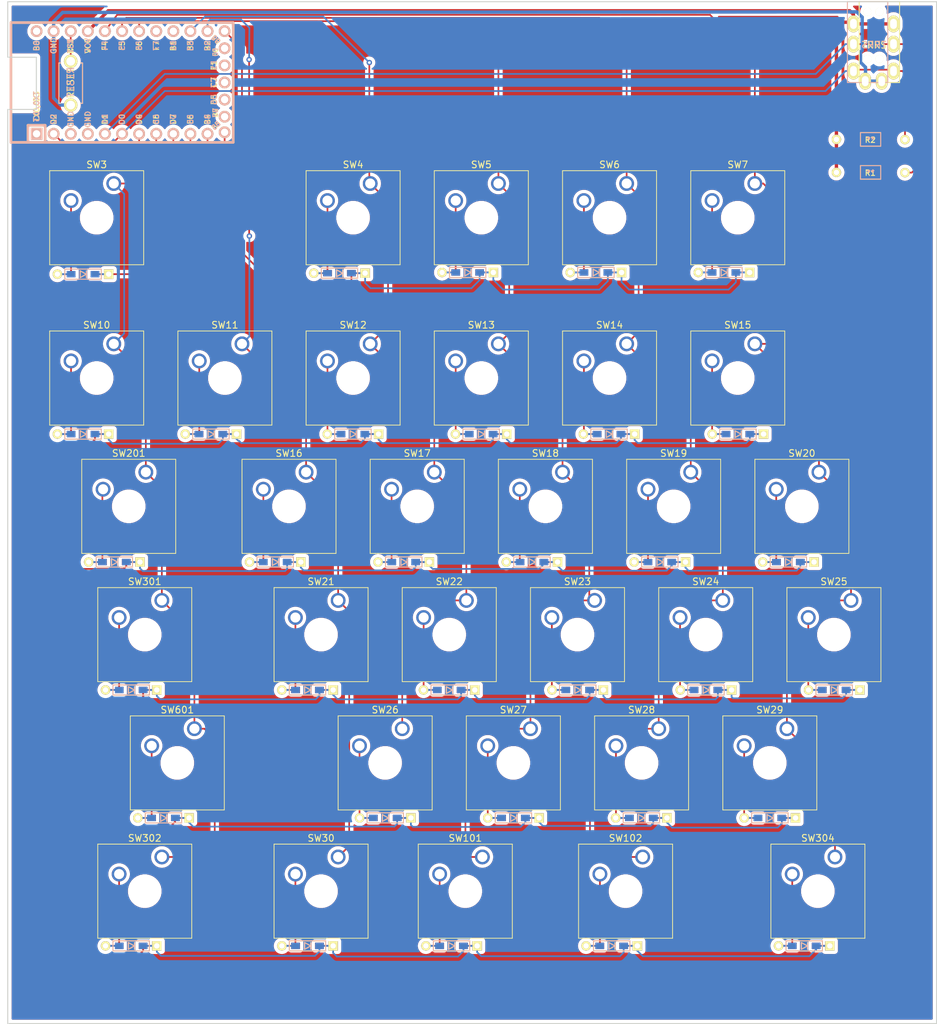
<source format=kicad_pcb>
(kicad_pcb (version 20171130) (host pcbnew "(5.1.8)-1")
  (layers (0 F.Cu signal) (31 B.Cu signal) (34 B.Paste user) (35 F.Paste user) (36 B.SilkS user) (37 F.SilkS user) (38 B.Mask user) (39 F.Mask user) (44 Edge.Cuts user))
  (net 0 "")
  (net 1 row1)
  (net 2 "Net-(D3-Pad1)")
  (net 3 "Net-(D4-Pad1)")
  (net 4 "Net-(D5-Pad1)")
  (net 5 "Net-(D6-Pad1)")
  (net 6 "Net-(D7-Pad1)")
  (net 7 row2)
  (net 8 "Net-(D10-Pad1)")
  (net 9 "Net-(D11-Pad1)")
  (net 10 "Net-(D12-Pad1)")
  (net 11 "Net-(D13-Pad1)")
  (net 12 "Net-(D14-Pad1)")
  (net 13 row3)
  (net 14 "Net-(D16-Pad1)")
  (net 15 "Net-(D17-Pad1)")
  (net 16 "Net-(D18-Pad1)")
  (net 17 "Net-(D19-Pad1)")
  (net 18 "Net-(D20-Pad1)")
  (net 19 row4)
  (net 20 "Net-(D21-Pad1)")
  (net 21 "Net-(D22-Pad1)")
  (net 22 "Net-(D23-Pad1)")
  (net 23 "Net-(D24-Pad1)")
  (net 24 "Net-(D25-Pad1)")
  (net 25 row5)
  (net 26 "Net-(D26-Pad1)")
  (net 27 "Net-(D27-Pad1)")
  (net 28 "Net-(D28-Pad1)")
  (net 29 "Net-(D29-Pad1)")
  (net 30 row6)
  (net 31 "Net-(D30-Pad1)")
  (net 32 "Net-(D101-Pad1)")
  (net 33 "Net-(D102-Pad1)")
  (net 34 "Net-(D201-Pad1)")
  (net 35 "Net-(D301-Pad1)")
  (net 36 "Net-(D302-Pad1)")
  (net 37 "Net-(D601-Pad1)")
  (net 38 COL1)
  (net 39 COL2)
  (net 40 COL3)
  (net 41 COL5)
  (net 42 COL4)
  (net 43 COL0)
  (net 44 "Net-(D15-Pad1)")
  (net 45 GND)
  (net 46 VCC)
  (net 47 "Net-(SW_RST1-Pad1)")
  (net 48 SDA1)
  (net 49 "Net-(D304-Pad1)")
  (net 50 "Net-(J1-PadD)")
  (module gammy:R (layer F.Cu) (at 144.2 121.35 180)
    (fp_text reference R1 (at 0.05 -0.08) (layer F.SilkS) (effects (font (size 0.8128 0.8128))))
    (fp_text value 4.7k hide)
    (fp_text user ** (at 0 -0.0635) (layer B.SilkS) (effects (font (size 0.8128 0.8128)) (justify mirror)))
    (pad 2 thru_hole circle (at 5.08 -0.00254 180) (size 1.397 1.397) (drill 0.8128) (layers *.Cu *.Mask F.SilkS) (net 46 VCC))
    (pad 1 thru_hole circle (at -5.10794 -0.03556 180) (size 1.397 1.397) (drill 0.8128) (layers *.Cu *.Mask F.SilkS) (net 48 SDA1))
  )
  (module gammy:R (layer F.Cu) (at 144.2 116.45 180)
    (fp_text reference R2 (at 0.05 -0.08) (layer F.SilkS) (effects (font (size 0.8128 0.8128))))
    (fp_text value 4.7k hide)
    (fp_text user ** (at 0 -0.0635) (layer B.SilkS) (effects (font (size 0.8128 0.8128)) (justify mirror)))
    (pad 2 thru_hole circle (at 5.08 -0.00254 180) (size 1.397 1.397) (drill 0.8128) (layers *.Cu *.Mask F.SilkS) (net 46 VCC))
    (pad 1 thru_hole circle (at -5.10794 -0.03556 180) (size 1.397 1.397) (drill 0.8128) (layers *.Cu *.Mask F.SilkS) (net 50 "Net-(J1-PadD)"))
  )
  (module gammy:MJ-4PP-9 (layer F.Cu) (at 145.5 96)
    (fp_text reference J1)
    (fp_text value MJ-4PP-9 hide)
    (fp_text user TRRS (at -0.75 6.45) (layer F.SilkS))
    (fp_text user TRRS (at -0.8255 6.4135) (layer B.SilkS) (effects (justify mirror)))
    (pad A thru_hole oval (at -2.1 11.8) (size 1.7 2.5) (drill oval 1 1.5) (layers *.Cu *.Mask F.SilkS) (net 45 GND) (clearance 0.15))
    (pad D thru_hole oval (at 2.1 10.3) (size 1.7 2.5) (drill oval 1 1.5) (layers *.Cu *.Mask F.SilkS) (net 50 "Net-(J1-PadD)") (clearance 0.15))
    (pad C thru_hole oval (at 2.1 6.3) (size 1.7 2.5) (drill oval 1 1.5) (layers *.Cu *.Mask F.SilkS) (net 48 SDA1))
    (pad B thru_hole oval (at 2.1 3.3) (size 1.7 2.5) (drill oval 1 1.5) (layers *.Cu *.Mask F.SilkS) (net 46 VCC))
    (pad "" np_thru_hole circle (at 0 8.5) (size 1.2 1.2) (drill 1.2) (layers *.Cu *.Mask F.SilkS))
    (pad "" np_thru_hole circle (at 0 1.5) (size 1.2 1.2) (drill 1.2) (layers *.Cu *.Mask F.SilkS))
    (pad C thru_hole oval (at -3.85 6.3) (size 1.7 2.5) (drill oval 1 1.5) (layers *.Cu *.Mask F.SilkS) (net 48 SDA1))
    (pad B thru_hole oval (at -3.85 3.3) (size 1.7 2.5) (drill oval 1 1.5) (layers *.Cu *.Mask F.SilkS) (net 46 VCC))
    (pad A thru_hole oval (at 0.35 11.8) (size 1.7 2.5) (drill oval 1 1.5) (layers *.Cu *.Mask F.SilkS) (net 45 GND) (clearance 0.15))
    (pad D thru_hole oval (at -3.85 10.3) (size 1.7 2.5) (drill oval 1 1.5) (layers *.Cu *.Mask F.SilkS) (net 50 "Net-(J1-PadD)") (clearance 0.15))
    (pad "" np_thru_hole circle (at -1.75 1.5) (size 1.2 1.2) (drill 1.2) (layers *.Cu *.Mask F.SilkS))
    (pad "" np_thru_hole circle (at -1.75 8.5) (size 1.2 1.2) (drill 1.2) (layers *.Cu *.Mask F.SilkS))
  )
  (module gammy:SW_Cherry_MX_2.25u_Plate (layer F.Cu) (at 43.7306 203.962)
    (fp_text reference SW601 (at -2.54 -2.794) (layer F.SilkS))
    (fp_text value SW_Push)
    (pad "" np_thru_hole circle (at -2.54 5.08) (size 4 4) (drill 4) (layers *.Cu *.Mask))
    (pad 2 thru_hole circle (at -6.35 2.54) (size 2.2 2.2) (drill 1.5) (layers *.Cu *.Mask) (net 37 "Net-(D601-Pad1)"))
    (pad 1 thru_hole circle (at 0 0) (size 2.2 2.2) (drill 1.5) (layers *.Cu *.Mask) (net 43 COL0))
  )
  (module gammy:SW_Cherry_MX_1.75u_Plate (layer F.Cu) (at 138.906 223.012)
    (fp_text reference SW304 (at -2.54 -2.794) (layer F.SilkS))
    (fp_text value SW_Push)
    (pad "" np_thru_hole circle (at -2.54 5.08) (size 4 4) (drill 4) (layers *.Cu *.Mask))
    (pad 2 thru_hole circle (at -6.35 2.54) (size 2.2 2.2) (drill 1.5) (layers *.Cu *.Mask) (net 49 "Net-(D304-Pad1)"))
    (pad 1 thru_hole circle (at 0 0) (size 2.2 2.2) (drill 1.5) (layers *.Cu *.Mask) (net 41 COL5))
  )
  (module gammy:SW_Cherry_MX_1.75u_Plate (layer F.Cu) (at 38.894 223.012)
    (fp_text reference SW302 (at -2.54 -2.794) (layer F.SilkS))
    (fp_text value SW_Push)
    (pad "" np_thru_hole circle (at -2.54 5.08) (size 4 4) (drill 4) (layers *.Cu *.Mask))
    (pad 2 thru_hole circle (at -6.35 2.54) (size 2.2 2.2) (drill 1.5) (layers *.Cu *.Mask) (net 36 "Net-(D302-Pad1)"))
    (pad 1 thru_hole circle (at 0 0) (size 2.2 2.2) (drill 1.5) (layers *.Cu *.Mask) (net 43 COL0))
  )
  (module gammy:SW_Cherry_MX_1.75u_Plate (layer F.Cu) (at 38.894 184.912)
    (fp_text reference SW301 (at -2.54 -2.794) (layer F.SilkS))
    (fp_text value SW_Push)
    (pad "" np_thru_hole circle (at -2.54 5.08) (size 4 4) (drill 4) (layers *.Cu *.Mask))
    (pad 2 thru_hole circle (at -6.35 2.54) (size 2.2 2.2) (drill 1.5) (layers *.Cu *.Mask) (net 35 "Net-(D301-Pad1)"))
    (pad 1 thru_hole circle (at 0 0) (size 2.2 2.2) (drill 1.5) (layers *.Cu *.Mask) (net 43 COL0))
  )
  (module gammy:SW_Cherry_MX_1.50u_Plate (layer F.Cu) (at 36.513 165.862)
    (fp_text reference SW201 (at -2.54 -2.794) (layer F.SilkS))
    (fp_text value SW_Push)
    (pad "" np_thru_hole circle (at -2.54 5.08) (size 4 4) (drill 4) (layers *.Cu *.Mask))
    (pad 2 thru_hole circle (at -6.35 2.54) (size 2.2 2.2) (drill 1.5) (layers *.Cu *.Mask) (net 34 "Net-(D201-Pad1)"))
    (pad 1 thru_hole circle (at 0 0) (size 2.2 2.2) (drill 1.5) (layers *.Cu *.Mask) (net 43 COL0))
  )
  (module gammy:SW_Cherry_MX_1.25u_Plate (layer F.Cu) (at 110.331 223.012)
    (fp_text reference SW102 (at -2.54 -2.794) (layer F.SilkS))
    (fp_text value SW_Push)
    (pad "" np_thru_hole circle (at -2.54 5.08) (size 4 4) (drill 4) (layers *.Cu *.Mask))
    (pad 2 thru_hole circle (at -6.35 2.54) (size 2.2 2.2) (drill 1.5) (layers *.Cu *.Mask) (net 33 "Net-(D102-Pad1)"))
    (pad 1 thru_hole circle (at 0 0) (size 2.2 2.2) (drill 1.5) (layers *.Cu *.Mask) (net 42 COL4))
  )
  (module gammy:SW_Cherry_MX_1.25u_Plate (layer F.Cu) (at 86.5185 223.012)
    (fp_text reference SW101 (at -2.54 -2.794) (layer F.SilkS))
    (fp_text value SW_Push)
    (pad "" np_thru_hole circle (at -2.54 5.08) (size 4 4) (drill 4) (layers *.Cu *.Mask))
    (pad 2 thru_hole circle (at -6.35 2.54) (size 2.2 2.2) (drill 1.5) (layers *.Cu *.Mask) (net 32 "Net-(D101-Pad1)"))
    (pad 1 thru_hole circle (at 0 0) (size 2.2 2.2) (drill 1.5) (layers *.Cu *.Mask) (net 40 COL3))
  )
  (module gammy:SW_Cherry_MX_1.00u_Plate (layer F.Cu) (at 65.0875 223.012)
    (fp_text reference SW30 (at -2.54 -2.794) (layer F.SilkS))
    (fp_text value SW_Push)
    (pad "" np_thru_hole circle (at -2.54 5.08) (size 4 4) (drill 4) (layers *.Cu *.Mask))
    (pad 2 thru_hole circle (at -6.35 2.54) (size 2.2 2.2) (drill 1.5) (layers *.Cu *.Mask) (net 31 "Net-(D30-Pad1)"))
    (pad 1 thru_hole circle (at 0 0) (size 2.2 2.2) (drill 1.5) (layers *.Cu *.Mask) (net 38 COL1))
  )
  (module gammy:SW_Cherry_MX_1.00u_Plate (layer F.Cu) (at 131.762 203.962)
    (fp_text reference SW29 (at -2.54 -2.794) (layer F.SilkS))
    (fp_text value SW_Push)
    (pad "" np_thru_hole circle (at -2.54 5.08) (size 4 4) (drill 4) (layers *.Cu *.Mask))
    (pad 2 thru_hole circle (at -6.35 2.54) (size 2.2 2.2) (drill 1.5) (layers *.Cu *.Mask) (net 29 "Net-(D29-Pad1)"))
    (pad 1 thru_hole circle (at 0 0) (size 2.2 2.2) (drill 1.5) (layers *.Cu *.Mask) (net 41 COL5))
  )
  (module gammy:SW_Cherry_MX_1.00u_Plate (layer F.Cu) (at 112.712 203.962)
    (fp_text reference SW28 (at -2.54 -2.794) (layer F.SilkS))
    (fp_text value SW_Push)
    (pad "" np_thru_hole circle (at -2.54 5.08) (size 4 4) (drill 4) (layers *.Cu *.Mask))
    (pad 2 thru_hole circle (at -6.35 2.54) (size 2.2 2.2) (drill 1.5) (layers *.Cu *.Mask) (net 28 "Net-(D28-Pad1)"))
    (pad 1 thru_hole circle (at 0 0) (size 2.2 2.2) (drill 1.5) (layers *.Cu *.Mask) (net 42 COL4))
  )
  (module gammy:SW_Cherry_MX_1.00u_Plate (layer F.Cu) (at 93.6625 203.962)
    (fp_text reference SW27 (at -2.54 -2.794) (layer F.SilkS))
    (fp_text value SW_Push)
    (pad "" np_thru_hole circle (at -2.54 5.08) (size 4 4) (drill 4) (layers *.Cu *.Mask))
    (pad 2 thru_hole circle (at -6.35 2.54) (size 2.2 2.2) (drill 1.5) (layers *.Cu *.Mask) (net 27 "Net-(D27-Pad1)"))
    (pad 1 thru_hole circle (at 0 0) (size 2.2 2.2) (drill 1.5) (layers *.Cu *.Mask) (net 40 COL3))
  )
  (module gammy:SW_Cherry_MX_1.00u_Plate (layer F.Cu) (at 74.6125 203.962)
    (fp_text reference SW26 (at -2.54 -2.794) (layer F.SilkS))
    (fp_text value SW_Push)
    (pad "" np_thru_hole circle (at -2.54 5.08) (size 4 4) (drill 4) (layers *.Cu *.Mask))
    (pad 2 thru_hole circle (at -6.35 2.54) (size 2.2 2.2) (drill 1.5) (layers *.Cu *.Mask) (net 26 "Net-(D26-Pad1)"))
    (pad 1 thru_hole circle (at 0 0) (size 2.2 2.2) (drill 1.5) (layers *.Cu *.Mask) (net 39 COL2))
  )
  (module gammy:SW_Cherry_MX_1.00u_Plate (layer F.Cu) (at 141.288 184.912)
    (fp_text reference SW25 (at -2.54 -2.794) (layer F.SilkS))
    (fp_text value SW_Push)
    (pad "" np_thru_hole circle (at -2.54 5.08) (size 4 4) (drill 4) (layers *.Cu *.Mask))
    (pad 2 thru_hole circle (at -6.35 2.54) (size 2.2 2.2) (drill 1.5) (layers *.Cu *.Mask) (net 24 "Net-(D25-Pad1)"))
    (pad 1 thru_hole circle (at 0 0) (size 2.2 2.2) (drill 1.5) (layers *.Cu *.Mask) (net 41 COL5))
  )
  (module gammy:SW_Cherry_MX_1.00u_Plate (layer F.Cu) (at 122.238 184.912)
    (fp_text reference SW24 (at -2.54 -2.794) (layer F.SilkS))
    (fp_text value SW_Push)
    (pad "" np_thru_hole circle (at -2.54 5.08) (size 4 4) (drill 4) (layers *.Cu *.Mask))
    (pad 2 thru_hole circle (at -6.35 2.54) (size 2.2 2.2) (drill 1.5) (layers *.Cu *.Mask) (net 23 "Net-(D24-Pad1)"))
    (pad 1 thru_hole circle (at 0 0) (size 2.2 2.2) (drill 1.5) (layers *.Cu *.Mask) (net 42 COL4))
  )
  (module gammy:SW_Cherry_MX_1.00u_Plate (layer F.Cu) (at 103.188 184.912)
    (fp_text reference SW23 (at -2.54 -2.794) (layer F.SilkS))
    (fp_text value SW_Push)
    (pad "" np_thru_hole circle (at -2.54 5.08) (size 4 4) (drill 4) (layers *.Cu *.Mask))
    (pad 2 thru_hole circle (at -6.35 2.54) (size 2.2 2.2) (drill 1.5) (layers *.Cu *.Mask) (net 22 "Net-(D23-Pad1)"))
    (pad 1 thru_hole circle (at 0 0) (size 2.2 2.2) (drill 1.5) (layers *.Cu *.Mask) (net 40 COL3))
  )
  (module gammy:SW_Cherry_MX_1.00u_Plate (layer F.Cu) (at 84.1375 184.912)
    (fp_text reference SW22 (at -2.54 -2.794) (layer F.SilkS))
    (fp_text value SW_Push)
    (pad "" np_thru_hole circle (at -2.54 5.08) (size 4 4) (drill 4) (layers *.Cu *.Mask))
    (pad 2 thru_hole circle (at -6.35 2.54) (size 2.2 2.2) (drill 1.5) (layers *.Cu *.Mask) (net 21 "Net-(D22-Pad1)"))
    (pad 1 thru_hole circle (at 0 0) (size 2.2 2.2) (drill 1.5) (layers *.Cu *.Mask) (net 39 COL2))
  )
  (module gammy:SW_Cherry_MX_1.00u_Plate (layer F.Cu) (at 65.0875 184.912)
    (fp_text reference SW21 (at -2.54 -2.794) (layer F.SilkS))
    (fp_text value SW_Push)
    (pad "" np_thru_hole circle (at -2.54 5.08) (size 4 4) (drill 4) (layers *.Cu *.Mask))
    (pad 2 thru_hole circle (at -6.35 2.54) (size 2.2 2.2) (drill 1.5) (layers *.Cu *.Mask) (net 20 "Net-(D21-Pad1)"))
    (pad 1 thru_hole circle (at 0 0) (size 2.2 2.2) (drill 1.5) (layers *.Cu *.Mask) (net 38 COL1))
  )
  (module gammy:SW_Cherry_MX_1.00u_Plate (layer F.Cu) (at 136.525 165.862)
    (fp_text reference SW20 (at -2.54 -2.794) (layer F.SilkS))
    (fp_text value SW_Push)
    (pad "" np_thru_hole circle (at -2.54 5.08) (size 4 4) (drill 4) (layers *.Cu *.Mask))
    (pad 2 thru_hole circle (at -6.35 2.54) (size 2.2 2.2) (drill 1.5) (layers *.Cu *.Mask) (net 18 "Net-(D20-Pad1)"))
    (pad 1 thru_hole circle (at 0 0) (size 2.2 2.2) (drill 1.5) (layers *.Cu *.Mask) (net 41 COL5))
  )
  (module gammy:SW_Cherry_MX_1.00u_Plate (layer F.Cu) (at 117.475 165.862)
    (fp_text reference SW19 (at -2.54 -2.794) (layer F.SilkS))
    (fp_text value SW_Push)
    (pad "" np_thru_hole circle (at -2.54 5.08) (size 4 4) (drill 4) (layers *.Cu *.Mask))
    (pad 2 thru_hole circle (at -6.35 2.54) (size 2.2 2.2) (drill 1.5) (layers *.Cu *.Mask) (net 17 "Net-(D19-Pad1)"))
    (pad 1 thru_hole circle (at 0 0) (size 2.2 2.2) (drill 1.5) (layers *.Cu *.Mask) (net 42 COL4))
  )
  (module gammy:SW_Cherry_MX_1.00u_Plate (layer F.Cu) (at 98.425 165.862)
    (fp_text reference SW18 (at -2.54 -2.794) (layer F.SilkS))
    (fp_text value SW_Push)
    (pad "" np_thru_hole circle (at -2.54 5.08) (size 4 4) (drill 4) (layers *.Cu *.Mask))
    (pad 2 thru_hole circle (at -6.35 2.54) (size 2.2 2.2) (drill 1.5) (layers *.Cu *.Mask) (net 16 "Net-(D18-Pad1)"))
    (pad 1 thru_hole circle (at 0 0) (size 2.2 2.2) (drill 1.5) (layers *.Cu *.Mask) (net 40 COL3))
  )
  (module gammy:SW_Cherry_MX_1.00u_Plate (layer F.Cu) (at 79.375 165.862)
    (fp_text reference SW17 (at -2.54 -2.794) (layer F.SilkS))
    (fp_text value SW_Push)
    (pad "" np_thru_hole circle (at -2.54 5.08) (size 4 4) (drill 4) (layers *.Cu *.Mask))
    (pad 2 thru_hole circle (at -6.35 2.54) (size 2.2 2.2) (drill 1.5) (layers *.Cu *.Mask) (net 15 "Net-(D17-Pad1)"))
    (pad 1 thru_hole circle (at 0 0) (size 2.2 2.2) (drill 1.5) (layers *.Cu *.Mask) (net 39 COL2))
  )
  (module gammy:SW_Cherry_MX_1.00u_Plate (layer F.Cu) (at 60.325 165.862)
    (fp_text reference SW16 (at -2.54 -2.794) (layer F.SilkS))
    (fp_text value SW_Push)
    (pad "" np_thru_hole circle (at -2.54 5.08) (size 4 4) (drill 4) (layers *.Cu *.Mask))
    (pad 2 thru_hole circle (at -6.35 2.54) (size 2.2 2.2) (drill 1.5) (layers *.Cu *.Mask) (net 14 "Net-(D16-Pad1)"))
    (pad 1 thru_hole circle (at 0 0) (size 2.2 2.2) (drill 1.5) (layers *.Cu *.Mask) (net 38 COL1))
  )
  (module gammy:SW_Cherry_MX_1.00u_Plate (layer F.Cu) (at 127 146.812)
    (fp_text reference SW15 (at -2.54 -2.794) (layer F.SilkS))
    (fp_text value SW_Push)
    (pad "" np_thru_hole circle (at -2.54 5.08) (size 4 4) (drill 4) (layers *.Cu *.Mask))
    (pad 2 thru_hole circle (at -6.35 2.54) (size 2.2 2.2) (drill 1.5) (layers *.Cu *.Mask) (net 44 "Net-(D15-Pad1)"))
    (pad 1 thru_hole circle (at 0 0) (size 2.2 2.2) (drill 1.5) (layers *.Cu *.Mask) (net 41 COL5))
  )
  (module gammy:SW_Cherry_MX_1.00u_Plate (layer F.Cu) (at 107.95 146.812)
    (fp_text reference SW14 (at -2.54 -2.794) (layer F.SilkS))
    (fp_text value SW_Push)
    (pad "" np_thru_hole circle (at -2.54 5.08) (size 4 4) (drill 4) (layers *.Cu *.Mask))
    (pad 2 thru_hole circle (at -6.35 2.54) (size 2.2 2.2) (drill 1.5) (layers *.Cu *.Mask) (net 12 "Net-(D14-Pad1)"))
    (pad 1 thru_hole circle (at 0 0) (size 2.2 2.2) (drill 1.5) (layers *.Cu *.Mask) (net 42 COL4))
  )
  (module gammy:SW_Cherry_MX_1.00u_Plate (layer F.Cu) (at 88.9 146.812)
    (fp_text reference SW13 (at -2.54 -2.794) (layer F.SilkS))
    (fp_text value SW_Push)
    (pad "" np_thru_hole circle (at -2.54 5.08) (size 4 4) (drill 4) (layers *.Cu *.Mask))
    (pad 2 thru_hole circle (at -6.35 2.54) (size 2.2 2.2) (drill 1.5) (layers *.Cu *.Mask) (net 11 "Net-(D13-Pad1)"))
    (pad 1 thru_hole circle (at 0 0) (size 2.2 2.2) (drill 1.5) (layers *.Cu *.Mask) (net 40 COL3))
  )
  (module gammy:SW_Cherry_MX_1.00u_Plate (layer F.Cu) (at 69.85 146.812)
    (fp_text reference SW12 (at -2.54 -2.794) (layer F.SilkS))
    (fp_text value SW_Push)
    (pad "" np_thru_hole circle (at -2.54 5.08) (size 4 4) (drill 4) (layers *.Cu *.Mask))
    (pad 2 thru_hole circle (at -6.35 2.54) (size 2.2 2.2) (drill 1.5) (layers *.Cu *.Mask) (net 10 "Net-(D12-Pad1)"))
    (pad 1 thru_hole circle (at 0 0) (size 2.2 2.2) (drill 1.5) (layers *.Cu *.Mask) (net 39 COL2))
  )
  (module gammy:SW_Cherry_MX_1.00u_Plate (layer F.Cu) (at 50.8 146.812)
    (fp_text reference SW11 (at -2.54 -2.794) (layer F.SilkS))
    (fp_text value SW_Push)
    (pad "" np_thru_hole circle (at -2.54 5.08) (size 4 4) (drill 4) (layers *.Cu *.Mask))
    (pad 2 thru_hole circle (at -6.35 2.54) (size 2.2 2.2) (drill 1.5) (layers *.Cu *.Mask) (net 9 "Net-(D11-Pad1)"))
    (pad 1 thru_hole circle (at 0 0) (size 2.2 2.2) (drill 1.5) (layers *.Cu *.Mask) (net 38 COL1))
  )
  (module gammy:SW_Cherry_MX_1.00u_Plate (layer F.Cu) (at 31.75 146.812)
    (fp_text reference SW10 (at -2.54 -2.794) (layer F.SilkS))
    (fp_text value SW_Push)
    (pad "" np_thru_hole circle (at -2.54 5.08) (size 4 4) (drill 4) (layers *.Cu *.Mask))
    (pad 2 thru_hole circle (at -6.35 2.54) (size 2.2 2.2) (drill 1.5) (layers *.Cu *.Mask) (net 8 "Net-(D10-Pad1)"))
    (pad 1 thru_hole circle (at 0 0) (size 2.2 2.2) (drill 1.5) (layers *.Cu *.Mask) (net 43 COL0))
  )
  (module gammy:SW_Cherry_MX_1.00u_Plate (layer F.Cu) (at 127 123)
    (fp_text reference SW7 (at -2.54 -2.794) (layer F.SilkS))
    (fp_text value SW_Push)
    (pad "" np_thru_hole circle (at -2.54 5.08) (size 4 4) (drill 4) (layers *.Cu *.Mask))
    (pad 2 thru_hole circle (at -6.35 2.54) (size 2.2 2.2) (drill 1.5) (layers *.Cu *.Mask) (net 6 "Net-(D7-Pad1)"))
    (pad 1 thru_hole circle (at 0 0) (size 2.2 2.2) (drill 1.5) (layers *.Cu *.Mask) (net 41 COL5))
  )
  (module gammy:SW_Cherry_MX_1.00u_Plate (layer F.Cu) (at 107.95 123)
    (fp_text reference SW6 (at -2.54 -2.794) (layer F.SilkS))
    (fp_text value SW_Push)
    (pad "" np_thru_hole circle (at -2.54 5.08) (size 4 4) (drill 4) (layers *.Cu *.Mask))
    (pad 2 thru_hole circle (at -6.35 2.54) (size 2.2 2.2) (drill 1.5) (layers *.Cu *.Mask) (net 5 "Net-(D6-Pad1)"))
    (pad 1 thru_hole circle (at 0 0) (size 2.2 2.2) (drill 1.5) (layers *.Cu *.Mask) (net 42 COL4))
  )
  (module gammy:SW_Cherry_MX_1.00u_Plate (layer F.Cu) (at 88.9 123)
    (fp_text reference SW5 (at -2.54 -2.794) (layer F.SilkS))
    (fp_text value SW_Push)
    (pad "" np_thru_hole circle (at -2.54 5.08) (size 4 4) (drill 4) (layers *.Cu *.Mask))
    (pad 2 thru_hole circle (at -6.35 2.54) (size 2.2 2.2) (drill 1.5) (layers *.Cu *.Mask) (net 4 "Net-(D5-Pad1)"))
    (pad 1 thru_hole circle (at 0 0) (size 2.2 2.2) (drill 1.5) (layers *.Cu *.Mask) (net 40 COL3))
  )
  (module gammy:SW_Cherry_MX_1.00u_Plate (layer F.Cu) (at 69.85 123)
    (fp_text reference SW4 (at -2.54 -2.794) (layer F.SilkS))
    (fp_text value SW_Push)
    (pad "" np_thru_hole circle (at -2.54 5.08) (size 4 4) (drill 4) (layers *.Cu *.Mask))
    (pad 2 thru_hole circle (at -6.35 2.54) (size 2.2 2.2) (drill 1.5) (layers *.Cu *.Mask) (net 3 "Net-(D4-Pad1)"))
    (pad 1 thru_hole circle (at 0 0) (size 2.2 2.2) (drill 1.5) (layers *.Cu *.Mask) (net 39 COL2))
  )
  (module gammy:SW_Cherry_MX_1.00u_Plate (layer F.Cu) (at 31.75 123)
    (fp_text reference SW3 (at -2.54 -2.794) (layer F.SilkS))
    (fp_text value SW_Push)
    (pad "" np_thru_hole circle (at -2.54 5.08) (size 4 4) (drill 4) (layers *.Cu *.Mask))
    (pad 2 thru_hole circle (at -6.35 2.54) (size 2.2 2.2) (drill 1.5) (layers *.Cu *.Mask) (net 2 "Net-(D3-Pad1)"))
    (pad 1 thru_hole circle (at 0 0) (size 2.2 2.2) (drill 1.5) (layers *.Cu *.Mask) (net 43 COL0))
  )
  (module gammy:Elite-C (layer F.Cu) (at 34.25 108)
    (fp_text reference U1 hide)
    (fp_text value Elite-C-keebio hide)
    (fp_text user D5 (at 12.4 2.54 90) (layer B.SilkS) (effects (font (size 0.8 0.8)) (justify mirror)))
    (fp_text user D5 (at 12.4 2.54 90) (layer F.SilkS) (effects (font (size 0.8 0.8))))
    (fp_text user F1 (at 12.4 -2.54 90) (layer F.SilkS) (effects (font (size 0.8 0.8))))
    (fp_text user F1 (at 12.4 -2.54 90) (layer B.SilkS) (effects (font (size 0.8 0.8)) (justify mirror)))
    (fp_text user C7 (at 12.4 0 90) (layer B.SilkS) (effects (font (size 0.8 0.8)) (justify mirror)))
    (fp_text user C7 (at 12.4 0 90) (layer F.SilkS) (effects (font (size 0.8 0.8))))
    (fp_text user B6 (at 12.7 -6.4 135 unlocked) (layer B.SilkS) (effects (font (size 0.7 0.7)) (justify mirror)))
    (fp_text user B6 (at 12.7 -6.4 135 unlocked) (layer F.SilkS) (effects (font (size 0.7 0.7))))
    (fp_text user F0 (at 12.6 -4.5 90) (layer F.SilkS) (effects (font (size 0.7 0.7))))
    (fp_text user F0 (at 12.6 -4.5 90) (layer B.SilkS) (effects (font (size 0.7 0.7)) (justify mirror)))
    (fp_text user B7 (at 12.6 4.5 90) (layer B.SilkS) (effects (font (size 0.7 0.7)) (justify mirror)))
    (fp_text user B7 (at 12.6 4.5 90) (layer F.SilkS) (effects (font (size 0.7 0.7))))
    (fp_text user ST (at -8.91 -5.04 90) (layer B.SilkS) (effects (font (size 0.8 0.8)) (justify mirror)))
    (fp_text user TX0/D3 (at -13.97 3.571872 90) (layer F.SilkS) (effects (font (size 0.8 0.8))))
    (fp_text user TX0/D3 (at -13.97 3.571872 90) (layer B.SilkS) (effects (font (size 0.8 0.8)) (justify mirror)))
    (fp_text user D2 (at -11.43 5.461 90) (layer F.SilkS) (effects (font (size 0.8 0.8))))
    (fp_text user D0 (at -1.27 5.461 90) (layer F.SilkS) (effects (font (size 0.8 0.8))))
    (fp_text user D1 (at -3.81 5.461 90) (layer F.SilkS) (effects (font (size 0.8 0.8))))
    (fp_text user GND (at -6.35 5.461 90) (layer F.SilkS) (effects (font (size 0.8 0.8))))
    (fp_text user GND (at -8.89 5.461 90) (layer F.SilkS) (effects (font (size 0.8 0.8))))
    (fp_text user D4 (at 1.27 5.461 90) (layer F.SilkS) (effects (font (size 0.8 0.8))))
    (fp_text user C6 (at 3.81 5.461 90) (layer F.SilkS) (effects (font (size 0.8 0.8))))
    (fp_text user D7 (at 6.35 5.461 90) (layer F.SilkS) (effects (font (size 0.8 0.8))))
    (fp_text user E6 (at 8.89 5.461 90) (layer F.SilkS) (effects (font (size 0.8 0.8))))
    (fp_text user B4 (at 11.43 5.461 90) (layer F.SilkS) (effects (font (size 0.8 0.8))))
    (fp_text user B5 (at 12.7 6.4 45) (layer F.SilkS) (effects (font (size 0.7 0.7))))
    (fp_text user B2 (at 11.43 -5.461 90) (layer B.SilkS) (effects (font (size 0.8 0.8)) (justify mirror)))
    (fp_text user B3 (at 8.89 -5.461 90) (layer F.SilkS) (effects (font (size 0.8 0.8))))
    (fp_text user B1 (at 6.35 -5.461 90) (layer F.SilkS) (effects (font (size 0.8 0.8))))
    (fp_text user F7 (at 3.81 -5.461 90) (layer B.SilkS) (effects (font (size 0.8 0.8)) (justify mirror)))
    (fp_text user F6 (at 1.27 -5.461 90) (layer B.SilkS) (effects (font (size 0.8 0.8)) (justify mirror)))
    (fp_text user F5 (at -1.27 -5.461 90) (layer B.SilkS) (effects (font (size 0.8 0.8)) (justify mirror)))
    (fp_text user F4 (at -3.81 -5.461 90) (layer F.SilkS) (effects (font (size 0.8 0.8))))
    (fp_text user VCC (at -6.35 -5.461 90) (layer F.SilkS) (effects (font (size 0.8 0.8))))
    (fp_text user ST (at -8.92 -5.73312 90) (layer F.SilkS) (effects (font (size 0.8 0.8))))
    (fp_text user GND (at -11.43 -5.461 90) (layer F.SilkS) (effects (font (size 0.8 0.8))))
    (fp_text user B0 (at -13.97 -5.461 90) (layer F.SilkS) (effects (font (size 0.8 0.8))))
    (fp_text user B0 (at -13.97 -5.461 90) (layer B.SilkS) (effects (font (size 0.8 0.8)) (justify mirror)))
    (fp_text user GND (at -11.43 -5.461 90) (layer B.SilkS) (effects (font (size 0.8 0.8)) (justify mirror)))
    (fp_text user VCC (at -6.35 -5.461 90) (layer B.SilkS) (effects (font (size 0.8 0.8)) (justify mirror)))
    (fp_text user F4 (at -3.81 -5.461 90) (layer B.SilkS) (effects (font (size 0.8 0.8)) (justify mirror)))
    (fp_text user F5 (at -1.27 -5.461 90) (layer F.SilkS) (effects (font (size 0.8 0.8))))
    (fp_text user F6 (at 1.27 -5.461 90) (layer F.SilkS) (effects (font (size 0.8 0.8))))
    (fp_text user F7 (at 3.81 -5.461 90) (layer F.SilkS) (effects (font (size 0.8 0.8))))
    (fp_text user B1 (at 6.35 -5.461 90) (layer B.SilkS) (effects (font (size 0.8 0.8)) (justify mirror)))
    (fp_text user B3 (at 8.89 -5.461 90) (layer B.SilkS) (effects (font (size 0.8 0.8)) (justify mirror)))
    (fp_text user B2 (at 11.43 -5.461 90) (layer F.SilkS) (effects (font (size 0.8 0.8))))
    (fp_text user B5 (at 12.7 6.4 45) (layer B.SilkS) (effects (font (size 0.7 0.7)) (justify mirror)))
    (fp_text user B4 (at 11.43 5.461 90) (layer B.SilkS) (effects (font (size 0.8 0.8)) (justify mirror)))
    (fp_text user E6 (at 8.89 5.461 90) (layer B.SilkS) (effects (font (size 0.8 0.8)) (justify mirror)))
    (fp_text user D7 (at 6.35 5.461 90) (layer B.SilkS) (effects (font (size 0.8 0.8)) (justify mirror)))
    (fp_text user C6 (at 3.81 5.461 90) (layer B.SilkS) (effects (font (size 0.8 0.8)) (justify mirror)))
    (fp_text user D4 (at 1.27 5.461 90) (layer B.SilkS) (effects (font (size 0.8 0.8)) (justify mirror)))
    (fp_text user GND (at -8.89 5.461 90) (layer B.SilkS) (effects (font (size 0.8 0.8)) (justify mirror)))
    (fp_text user GND (at -6.35 5.461 90) (layer B.SilkS) (effects (font (size 0.8 0.8)) (justify mirror)))
    (fp_text user D1 (at -3.81 5.461 90) (layer B.SilkS) (effects (font (size 0.8 0.8)) (justify mirror)))
    (fp_text user D0 (at -1.27 5.461 90) (layer B.SilkS) (effects (font (size 0.8 0.8)) (justify mirror)))
    (fp_text user D2 (at -11.43 5.461 90) (layer B.SilkS) (effects (font (size 0.8 0.8)) (justify mirror)))
    (pad 25 thru_hole circle (at 13.97 5.08) (size 1.7526 1.7526) (drill 1.0922) (layers *.Cu *.SilkS *.Mask))
    (pad 26 thru_hole circle (at 13.97 2.54) (size 1.7526 1.7526) (drill 1.0922) (layers *.Cu *.SilkS *.Mask))
    (pad 27 thru_hole circle (at 13.97 0) (size 1.7526 1.7526) (drill 1.0922) (layers *.Cu *.SilkS *.Mask))
    (pad 28 thru_hole circle (at 13.97 -2.54) (size 1.7526 1.7526) (drill 1.0922) (layers *.Cu *.SilkS *.Mask))
    (pad 29 thru_hole circle (at 13.97 -5.08) (size 1.7526 1.7526) (drill 1.0922) (layers *.Cu *.SilkS *.Mask))
    (pad 24 thru_hole circle (at -13.97 -7.62) (size 1.7526 1.7526) (drill 1.0922) (layers *.Cu *.SilkS *.Mask))
    (pad 12 thru_hole circle (at 13.97 7.3914) (size 1.7526 1.7526) (drill 1.0922) (layers *.Cu *.SilkS *.Mask) (net 43 COL0))
    (pad 23 thru_hole circle (at -11.43 -7.62) (size 1.7526 1.7526) (drill 1.0922) (layers *.Cu *.SilkS *.Mask) (net 45 GND))
    (pad 22 thru_hole circle (at -8.89 -7.62) (size 1.7526 1.7526) (drill 1.0922) (layers *.Cu *.SilkS *.Mask) (net 47 "Net-(SW_RST1-Pad1)"))
    (pad 21 thru_hole circle (at -6.35 -7.62) (size 1.7526 1.7526) (drill 1.0922) (layers *.Cu *.SilkS *.Mask) (net 46 VCC))
    (pad 20 thru_hole circle (at -3.81 -7.62) (size 1.7526 1.7526) (drill 1.0922) (layers *.Cu *.SilkS *.Mask) (net 41 COL5))
    (pad 19 thru_hole circle (at -1.27 -7.62) (size 1.7526 1.7526) (drill 1.0922) (layers *.Cu *.SilkS *.Mask) (net 42 COL4))
    (pad 18 thru_hole circle (at 1.27 -7.62) (size 1.7526 1.7526) (drill 1.0922) (layers *.Cu *.SilkS *.Mask) (net 40 COL3))
    (pad 17 thru_hole circle (at 3.81 -7.62) (size 1.7526 1.7526) (drill 1.0922) (layers *.Cu *.SilkS *.Mask))
    (pad 16 thru_hole circle (at 6.35 -7.62) (size 1.7526 1.7526) (drill 1.0922) (layers *.Cu *.SilkS *.Mask))
    (pad 15 thru_hole circle (at 8.89 -7.62) (size 1.7526 1.7526) (drill 1.0922) (layers *.Cu *.SilkS *.Mask) (net 39 COL2))
    (pad 14 thru_hole circle (at 11.43 -7.62) (size 1.7526 1.7526) (drill 1.0922) (layers *.Cu *.SilkS *.Mask) (net 38 COL1))
    (pad 13 thru_hole circle (at 13.97 -7.62) (size 1.7526 1.7526) (drill 1.0922) (layers *.Cu *.SilkS *.Mask) (net 1 row1))
    (pad 11 thru_hole circle (at 11.43 7.62) (size 1.7526 1.7526) (drill 1.0922) (layers *.Cu *.SilkS *.Mask) (net 7 row2))
    (pad 10 thru_hole circle (at 8.89 7.62) (size 1.7526 1.7526) (drill 1.0922) (layers *.Cu *.SilkS *.Mask) (net 13 row3))
    (pad 9 thru_hole circle (at 6.35 7.62) (size 1.7526 1.7526) (drill 1.0922) (layers *.Cu *.SilkS *.Mask) (net 19 row4))
    (pad 8 thru_hole circle (at 3.81 7.62) (size 1.7526 1.7526) (drill 1.0922) (layers *.Cu *.SilkS *.Mask) (net 25 row5))
    (pad 7 thru_hole circle (at 1.27 7.62) (size 1.7526 1.7526) (drill 1.0922) (layers *.Cu *.SilkS *.Mask) (net 30 row6))
    (pad 6 thru_hole circle (at -1.27 7.62) (size 1.7526 1.7526) (drill 1.0922) (layers *.Cu *.SilkS *.Mask) (net 50 "Net-(J1-PadD)"))
    (pad 5 thru_hole circle (at -3.81 7.62) (size 1.7526 1.7526) (drill 1.0922) (layers *.Cu *.SilkS *.Mask) (net 48 SDA1))
    (pad 4 thru_hole circle (at -6.35 7.62) (size 1.7526 1.7526) (drill 1.0922) (layers *.Cu *.SilkS *.Mask))
    (pad 3 thru_hole circle (at -8.89 7.62) (size 1.7526 1.7526) (drill 1.0922) (layers *.Cu *.SilkS *.Mask))
    (pad 2 thru_hole circle (at -11.43 7.62) (size 1.7526 1.7526) (drill 1.0922) (layers *.Cu *.SilkS *.Mask) (net 50 "Net-(J1-PadD)"))
    (pad 1 thru_hole rect (at -13.97 7.62) (size 1.7526 1.7526) (drill 1.0922) (layers *.Cu *.SilkS *.Mask))
  )
  (module gammy:ResetSW (layer F.Cu) (at 25.35 108.1 90)
    (fp_text reference SW_RST1 hide)
    (fp_text value SW_PUSH)
    (fp_text user RESET (at 0 0 90) (layer F.SilkS))
    (fp_text user RESET (at 0.127 0 90) (layer B.SilkS) (effects (justify mirror)))
    (pad 2 thru_hole circle (at -3.25 0 90) (size 2 2) (drill 1.3) (layers *.Cu *.Mask F.SilkS) (net 45 GND))
    (pad 1 thru_hole circle (at 3.25 0 90) (size 2 2) (drill 1.3) (layers *.Cu *.Mask F.SilkS) (net 47 "Net-(SW_RST1-Pad1)"))
  )
  (module gammy:D3_TH_SMD_Horizontal (layer F.Cu) (at 39.05 217.25)
    (fp_text reference D601 hide)
    (fp_text value DIODE hide)
    (pad 1 smd rect (at -1.69118 -0.0381) (size 1.3 0.95) (layers F.Cu F.Paste F.Mask) (net 37 "Net-(D601-Pad1)"))
    (pad 2 smd rect (at 1.85882 -0.0381) (size 1.3 0.95) (layers B.Cu B.Paste B.Mask) (net 25 row5))
    (pad 1 smd rect (at -1.69118 -0.0381) (size 1.3 0.95) (layers B.Cu B.Paste B.Mask) (net 37 "Net-(D601-Pad1)"))
    (pad 1 thru_hole circle (at -3.72618 -0.0381) (size 1.397 1.397) (drill 0.8128) (layers *.Cu *.Mask F.SilkS) (net 37 "Net-(D601-Pad1)"))
    (pad 2 thru_hole rect (at 3.89382 -0.0381) (size 1.397 1.397) (drill 0.8128) (layers *.Cu *.Mask F.SilkS) (net 25 row5))
    (pad 2 smd rect (at 1.85882 -0.0381) (size 1.3 0.95) (layers F.Cu F.Paste F.Mask) (net 25 row5))
  )
  (module gammy:D3_TH_SMD_Horizontal (layer F.Cu) (at 134.25 236.25)
    (fp_text reference D304 hide)
    (fp_text value DIODE hide)
    (pad 1 smd rect (at -1.69118 -0.0381) (size 1.3 0.95) (layers F.Cu F.Paste F.Mask) (net 49 "Net-(D304-Pad1)"))
    (pad 2 smd rect (at 1.85882 -0.0381) (size 1.3 0.95) (layers B.Cu B.Paste B.Mask) (net 30 row6))
    (pad 1 smd rect (at -1.69118 -0.0381) (size 1.3 0.95) (layers B.Cu B.Paste B.Mask) (net 49 "Net-(D304-Pad1)"))
    (pad 1 thru_hole circle (at -3.72618 -0.0381) (size 1.397 1.397) (drill 0.8128) (layers *.Cu *.Mask F.SilkS) (net 49 "Net-(D304-Pad1)"))
    (pad 2 thru_hole rect (at 3.89382 -0.0381) (size 1.397 1.397) (drill 0.8128) (layers *.Cu *.Mask F.SilkS) (net 30 row6))
    (pad 2 smd rect (at 1.85882 -0.0381) (size 1.3 0.95) (layers F.Cu F.Paste F.Mask) (net 30 row6))
  )
  (module gammy:D3_TH_SMD_Horizontal (layer F.Cu) (at 34.25 236.25)
    (fp_text reference D302 hide)
    (fp_text value DIODE hide)
    (pad 1 smd rect (at -1.69118 -0.0381) (size 1.3 0.95) (layers F.Cu F.Paste F.Mask) (net 36 "Net-(D302-Pad1)"))
    (pad 2 smd rect (at 1.85882 -0.0381) (size 1.3 0.95) (layers B.Cu B.Paste B.Mask) (net 30 row6))
    (pad 1 smd rect (at -1.69118 -0.0381) (size 1.3 0.95) (layers B.Cu B.Paste B.Mask) (net 36 "Net-(D302-Pad1)"))
    (pad 1 thru_hole circle (at -3.72618 -0.0381) (size 1.397 1.397) (drill 0.8128) (layers *.Cu *.Mask F.SilkS) (net 36 "Net-(D302-Pad1)"))
    (pad 2 thru_hole rect (at 3.89382 -0.0381) (size 1.397 1.397) (drill 0.8128) (layers *.Cu *.Mask F.SilkS) (net 30 row6))
    (pad 2 smd rect (at 1.85882 -0.0381) (size 1.3 0.95) (layers F.Cu F.Paste F.Mask) (net 30 row6))
  )
  (module gammy:D3_TH_SMD_Horizontal (layer F.Cu) (at 34.25 198.25)
    (fp_text reference D301 hide)
    (fp_text value DIODE hide)
    (pad 1 smd rect (at -1.69118 -0.0381) (size 1.3 0.95) (layers F.Cu F.Paste F.Mask) (net 35 "Net-(D301-Pad1)"))
    (pad 2 smd rect (at 1.85882 -0.0381) (size 1.3 0.95) (layers B.Cu B.Paste B.Mask) (net 19 row4))
    (pad 1 smd rect (at -1.69118 -0.0381) (size 1.3 0.95) (layers B.Cu B.Paste B.Mask) (net 35 "Net-(D301-Pad1)"))
    (pad 1 thru_hole circle (at -3.72618 -0.0381) (size 1.397 1.397) (drill 0.8128) (layers *.Cu *.Mask F.SilkS) (net 35 "Net-(D301-Pad1)"))
    (pad 2 thru_hole rect (at 3.89382 -0.0381) (size 1.397 1.397) (drill 0.8128) (layers *.Cu *.Mask F.SilkS) (net 19 row4))
    (pad 2 smd rect (at 1.85882 -0.0381) (size 1.3 0.95) (layers F.Cu F.Paste F.Mask) (net 19 row4))
  )
  (module gammy:D3_TH_SMD_Horizontal (layer F.Cu) (at 31.75 179.25)
    (fp_text reference D201 hide)
    (fp_text value DIODE hide)
    (pad 1 smd rect (at -1.69118 -0.0381) (size 1.3 0.95) (layers F.Cu F.Paste F.Mask) (net 34 "Net-(D201-Pad1)"))
    (pad 2 smd rect (at 1.85882 -0.0381) (size 1.3 0.95) (layers B.Cu B.Paste B.Mask) (net 13 row3))
    (pad 1 smd rect (at -1.69118 -0.0381) (size 1.3 0.95) (layers B.Cu B.Paste B.Mask) (net 34 "Net-(D201-Pad1)"))
    (pad 1 thru_hole circle (at -3.72618 -0.0381) (size 1.397 1.397) (drill 0.8128) (layers *.Cu *.Mask F.SilkS) (net 34 "Net-(D201-Pad1)"))
    (pad 2 thru_hole rect (at 3.89382 -0.0381) (size 1.397 1.397) (drill 0.8128) (layers *.Cu *.Mask F.SilkS) (net 13 row3))
    (pad 2 smd rect (at 1.85882 -0.0381) (size 1.3 0.95) (layers F.Cu F.Paste F.Mask) (net 13 row3))
  )
  (module gammy:D3_TH_SMD_Horizontal (layer F.Cu) (at 105.65 236.25)
    (fp_text reference D102 hide)
    (fp_text value DIODE hide)
    (pad 1 smd rect (at -1.69118 -0.0381) (size 1.3 0.95) (layers F.Cu F.Paste F.Mask) (net 33 "Net-(D102-Pad1)"))
    (pad 2 smd rect (at 1.85882 -0.0381) (size 1.3 0.95) (layers B.Cu B.Paste B.Mask) (net 30 row6))
    (pad 1 smd rect (at -1.69118 -0.0381) (size 1.3 0.95) (layers B.Cu B.Paste B.Mask) (net 33 "Net-(D102-Pad1)"))
    (pad 1 thru_hole circle (at -3.72618 -0.0381) (size 1.397 1.397) (drill 0.8128) (layers *.Cu *.Mask F.SilkS) (net 33 "Net-(D102-Pad1)"))
    (pad 2 thru_hole rect (at 3.89382 -0.0381) (size 1.397 1.397) (drill 0.8128) (layers *.Cu *.Mask F.SilkS) (net 30 row6))
    (pad 2 smd rect (at 1.85882 -0.0381) (size 1.3 0.95) (layers F.Cu F.Paste F.Mask) (net 30 row6))
  )
  (module gammy:D3_TH_SMD_Horizontal (layer F.Cu) (at 81.85 236.25)
    (fp_text reference D101 hide)
    (fp_text value DIODE hide)
    (pad 1 smd rect (at -1.69118 -0.0381) (size 1.3 0.95) (layers F.Cu F.Paste F.Mask) (net 32 "Net-(D101-Pad1)"))
    (pad 2 smd rect (at 1.85882 -0.0381) (size 1.3 0.95) (layers B.Cu B.Paste B.Mask) (net 30 row6))
    (pad 1 smd rect (at -1.69118 -0.0381) (size 1.3 0.95) (layers B.Cu B.Paste B.Mask) (net 32 "Net-(D101-Pad1)"))
    (pad 1 thru_hole circle (at -3.72618 -0.0381) (size 1.397 1.397) (drill 0.8128) (layers *.Cu *.Mask F.SilkS) (net 32 "Net-(D101-Pad1)"))
    (pad 2 thru_hole rect (at 3.89382 -0.0381) (size 1.397 1.397) (drill 0.8128) (layers *.Cu *.Mask F.SilkS) (net 30 row6))
    (pad 2 smd rect (at 1.85882 -0.0381) (size 1.3 0.95) (layers F.Cu F.Paste F.Mask) (net 30 row6))
  )
  (module gammy:D3_TH_SMD_Horizontal (layer F.Cu) (at 60.45 236.25)
    (fp_text reference D30 hide)
    (fp_text value DIODE hide)
    (pad 1 smd rect (at -1.69118 -0.0381) (size 1.3 0.95) (layers F.Cu F.Paste F.Mask) (net 31 "Net-(D30-Pad1)"))
    (pad 2 smd rect (at 1.85882 -0.0381) (size 1.3 0.95) (layers B.Cu B.Paste B.Mask) (net 30 row6))
    (pad 1 smd rect (at -1.69118 -0.0381) (size 1.3 0.95) (layers B.Cu B.Paste B.Mask) (net 31 "Net-(D30-Pad1)"))
    (pad 1 thru_hole circle (at -3.72618 -0.0381) (size 1.397 1.397) (drill 0.8128) (layers *.Cu *.Mask F.SilkS) (net 31 "Net-(D30-Pad1)"))
    (pad 2 thru_hole rect (at 3.89382 -0.0381) (size 1.397 1.397) (drill 0.8128) (layers *.Cu *.Mask F.SilkS) (net 30 row6))
    (pad 2 smd rect (at 1.85882 -0.0381) (size 1.3 0.95) (layers F.Cu F.Paste F.Mask) (net 30 row6))
  )
  (module gammy:D3_TH_SMD_Horizontal (layer F.Cu) (at 129.15 217.25)
    (fp_text reference D29 hide)
    (fp_text value DIODE hide)
    (pad 1 smd rect (at -1.69118 -0.0381) (size 1.3 0.95) (layers F.Cu F.Paste F.Mask) (net 29 "Net-(D29-Pad1)"))
    (pad 2 smd rect (at 1.85882 -0.0381) (size 1.3 0.95) (layers B.Cu B.Paste B.Mask) (net 25 row5))
    (pad 1 smd rect (at -1.69118 -0.0381) (size 1.3 0.95) (layers B.Cu B.Paste B.Mask) (net 29 "Net-(D29-Pad1)"))
    (pad 1 thru_hole circle (at -3.72618 -0.0381) (size 1.397 1.397) (drill 0.8128) (layers *.Cu *.Mask F.SilkS) (net 29 "Net-(D29-Pad1)"))
    (pad 2 thru_hole rect (at 3.89382 -0.0381) (size 1.397 1.397) (drill 0.8128) (layers *.Cu *.Mask F.SilkS) (net 25 row5))
    (pad 2 smd rect (at 1.85882 -0.0381) (size 1.3 0.95) (layers F.Cu F.Paste F.Mask) (net 25 row5))
  )
  (module gammy:D3_TH_SMD_Horizontal (layer F.Cu) (at 110.05 217.25)
    (fp_text reference D28 hide)
    (fp_text value DIODE hide)
    (pad 1 smd rect (at -1.69118 -0.0381) (size 1.3 0.95) (layers F.Cu F.Paste F.Mask) (net 28 "Net-(D28-Pad1)"))
    (pad 2 smd rect (at 1.85882 -0.0381) (size 1.3 0.95) (layers B.Cu B.Paste B.Mask) (net 25 row5))
    (pad 1 smd rect (at -1.69118 -0.0381) (size 1.3 0.95) (layers B.Cu B.Paste B.Mask) (net 28 "Net-(D28-Pad1)"))
    (pad 1 thru_hole circle (at -3.72618 -0.0381) (size 1.397 1.397) (drill 0.8128) (layers *.Cu *.Mask F.SilkS) (net 28 "Net-(D28-Pad1)"))
    (pad 2 thru_hole rect (at 3.89382 -0.0381) (size 1.397 1.397) (drill 0.8128) (layers *.Cu *.Mask F.SilkS) (net 25 row5))
    (pad 2 smd rect (at 1.85882 -0.0381) (size 1.3 0.95) (layers F.Cu F.Paste F.Mask) (net 25 row5))
  )
  (module gammy:D3_TH_SMD_Horizontal (layer F.Cu) (at 91.05 217.25)
    (fp_text reference D27 hide)
    (fp_text value DIODE hide)
    (pad 1 smd rect (at -1.69118 -0.0381) (size 1.3 0.95) (layers F.Cu F.Paste F.Mask) (net 27 "Net-(D27-Pad1)"))
    (pad 2 smd rect (at 1.85882 -0.0381) (size 1.3 0.95) (layers B.Cu B.Paste B.Mask) (net 25 row5))
    (pad 1 smd rect (at -1.69118 -0.0381) (size 1.3 0.95) (layers B.Cu B.Paste B.Mask) (net 27 "Net-(D27-Pad1)"))
    (pad 1 thru_hole circle (at -3.72618 -0.0381) (size 1.397 1.397) (drill 0.8128) (layers *.Cu *.Mask F.SilkS) (net 27 "Net-(D27-Pad1)"))
    (pad 2 thru_hole rect (at 3.89382 -0.0381) (size 1.397 1.397) (drill 0.8128) (layers *.Cu *.Mask F.SilkS) (net 25 row5))
    (pad 2 smd rect (at 1.85882 -0.0381) (size 1.3 0.95) (layers F.Cu F.Paste F.Mask) (net 25 row5))
  )
  (module gammy:D3_TH_SMD_Horizontal (layer F.Cu) (at 72 217.25)
    (fp_text reference D26 hide)
    (fp_text value DIODE hide)
    (pad 1 smd rect (at -1.69118 -0.0381) (size 1.3 0.95) (layers F.Cu F.Paste F.Mask) (net 26 "Net-(D26-Pad1)"))
    (pad 2 smd rect (at 1.85882 -0.0381) (size 1.3 0.95) (layers B.Cu B.Paste B.Mask) (net 25 row5))
    (pad 1 smd rect (at -1.69118 -0.0381) (size 1.3 0.95) (layers B.Cu B.Paste B.Mask) (net 26 "Net-(D26-Pad1)"))
    (pad 1 thru_hole circle (at -3.72618 -0.0381) (size 1.397 1.397) (drill 0.8128) (layers *.Cu *.Mask F.SilkS) (net 26 "Net-(D26-Pad1)"))
    (pad 2 thru_hole rect (at 3.89382 -0.0381) (size 1.397 1.397) (drill 0.8128) (layers *.Cu *.Mask F.SilkS) (net 25 row5))
    (pad 2 smd rect (at 1.85882 -0.0381) (size 1.3 0.95) (layers F.Cu F.Paste F.Mask) (net 25 row5))
  )
  (module gammy:D3_TH_SMD_Horizontal (layer F.Cu) (at 138.7 198.25)
    (fp_text reference D25 hide)
    (fp_text value DIODE hide)
    (pad 1 smd rect (at -1.69118 -0.0381) (size 1.3 0.95) (layers F.Cu F.Paste F.Mask) (net 24 "Net-(D25-Pad1)"))
    (pad 2 smd rect (at 1.85882 -0.0381) (size 1.3 0.95) (layers B.Cu B.Paste B.Mask) (net 19 row4))
    (pad 1 smd rect (at -1.69118 -0.0381) (size 1.3 0.95) (layers B.Cu B.Paste B.Mask) (net 24 "Net-(D25-Pad1)"))
    (pad 1 thru_hole circle (at -3.72618 -0.0381) (size 1.397 1.397) (drill 0.8128) (layers *.Cu *.Mask F.SilkS) (net 24 "Net-(D25-Pad1)"))
    (pad 2 thru_hole rect (at 3.89382 -0.0381) (size 1.397 1.397) (drill 0.8128) (layers *.Cu *.Mask F.SilkS) (net 19 row4))
    (pad 2 smd rect (at 1.85882 -0.0381) (size 1.3 0.95) (layers F.Cu F.Paste F.Mask) (net 19 row4))
  )
  (module gammy:D3_TH_SMD_Horizontal (layer F.Cu) (at 119.65 198.25)
    (fp_text reference D24 hide)
    (fp_text value DIODE hide)
    (pad 1 smd rect (at -1.69118 -0.0381) (size 1.3 0.95) (layers F.Cu F.Paste F.Mask) (net 23 "Net-(D24-Pad1)"))
    (pad 2 smd rect (at 1.85882 -0.0381) (size 1.3 0.95) (layers B.Cu B.Paste B.Mask) (net 19 row4))
    (pad 1 smd rect (at -1.69118 -0.0381) (size 1.3 0.95) (layers B.Cu B.Paste B.Mask) (net 23 "Net-(D24-Pad1)"))
    (pad 1 thru_hole circle (at -3.72618 -0.0381) (size 1.397 1.397) (drill 0.8128) (layers *.Cu *.Mask F.SilkS) (net 23 "Net-(D24-Pad1)"))
    (pad 2 thru_hole rect (at 3.89382 -0.0381) (size 1.397 1.397) (drill 0.8128) (layers *.Cu *.Mask F.SilkS) (net 19 row4))
    (pad 2 smd rect (at 1.85882 -0.0381) (size 1.3 0.95) (layers F.Cu F.Paste F.Mask) (net 19 row4))
  )
  (module gammy:D3_TH_SMD_Horizontal (layer F.Cu) (at 100.6 198.25)
    (fp_text reference D23 hide)
    (fp_text value DIODE hide)
    (pad 1 smd rect (at -1.69118 -0.0381) (size 1.3 0.95) (layers F.Cu F.Paste F.Mask) (net 22 "Net-(D23-Pad1)"))
    (pad 2 smd rect (at 1.85882 -0.0381) (size 1.3 0.95) (layers B.Cu B.Paste B.Mask) (net 19 row4))
    (pad 1 smd rect (at -1.69118 -0.0381) (size 1.3 0.95) (layers B.Cu B.Paste B.Mask) (net 22 "Net-(D23-Pad1)"))
    (pad 1 thru_hole circle (at -3.72618 -0.0381) (size 1.397 1.397) (drill 0.8128) (layers *.Cu *.Mask F.SilkS) (net 22 "Net-(D23-Pad1)"))
    (pad 2 thru_hole rect (at 3.89382 -0.0381) (size 1.397 1.397) (drill 0.8128) (layers *.Cu *.Mask F.SilkS) (net 19 row4))
    (pad 2 smd rect (at 1.85882 -0.0381) (size 1.3 0.95) (layers F.Cu F.Paste F.Mask) (net 19 row4))
  )
  (module gammy:D3_TH_SMD_Horizontal (layer F.Cu) (at 81.5 198.25)
    (fp_text reference D22 hide)
    (fp_text value DIODE hide)
    (pad 1 smd rect (at -1.69118 -0.0381) (size 1.3 0.95) (layers F.Cu F.Paste F.Mask) (net 21 "Net-(D22-Pad1)"))
    (pad 2 smd rect (at 1.85882 -0.0381) (size 1.3 0.95) (layers B.Cu B.Paste B.Mask) (net 19 row4))
    (pad 1 smd rect (at -1.69118 -0.0381) (size 1.3 0.95) (layers B.Cu B.Paste B.Mask) (net 21 "Net-(D22-Pad1)"))
    (pad 1 thru_hole circle (at -3.72618 -0.0381) (size 1.397 1.397) (drill 0.8128) (layers *.Cu *.Mask F.SilkS) (net 21 "Net-(D22-Pad1)"))
    (pad 2 thru_hole rect (at 3.89382 -0.0381) (size 1.397 1.397) (drill 0.8128) (layers *.Cu *.Mask F.SilkS) (net 19 row4))
    (pad 2 smd rect (at 1.85882 -0.0381) (size 1.3 0.95) (layers F.Cu F.Paste F.Mask) (net 19 row4))
  )
  (module gammy:D3_TH_SMD_Horizontal (layer F.Cu) (at 60.45 198.25)
    (fp_text reference D21 hide)
    (fp_text value DIODE hide)
    (pad 1 smd rect (at -1.69118 -0.0381) (size 1.3 0.95) (layers F.Cu F.Paste F.Mask) (net 20 "Net-(D21-Pad1)"))
    (pad 2 smd rect (at 1.85882 -0.0381) (size 1.3 0.95) (layers B.Cu B.Paste B.Mask) (net 19 row4))
    (pad 1 smd rect (at -1.69118 -0.0381) (size 1.3 0.95) (layers B.Cu B.Paste B.Mask) (net 20 "Net-(D21-Pad1)"))
    (pad 1 thru_hole circle (at -3.72618 -0.0381) (size 1.397 1.397) (drill 0.8128) (layers *.Cu *.Mask F.SilkS) (net 20 "Net-(D21-Pad1)"))
    (pad 2 thru_hole rect (at 3.89382 -0.0381) (size 1.397 1.397) (drill 0.8128) (layers *.Cu *.Mask F.SilkS) (net 19 row4))
    (pad 2 smd rect (at 1.85882 -0.0381) (size 1.3 0.95) (layers F.Cu F.Paste F.Mask) (net 19 row4))
  )
  (module gammy:D3_TH_SMD_Horizontal (layer F.Cu) (at 131.9 179.25)
    (fp_text reference D20 hide)
    (fp_text value DIODE hide)
    (pad 1 smd rect (at -1.69118 -0.0381) (size 1.3 0.95) (layers F.Cu F.Paste F.Mask) (net 18 "Net-(D20-Pad1)"))
    (pad 2 smd rect (at 1.85882 -0.0381) (size 1.3 0.95) (layers B.Cu B.Paste B.Mask) (net 13 row3))
    (pad 1 smd rect (at -1.69118 -0.0381) (size 1.3 0.95) (layers B.Cu B.Paste B.Mask) (net 18 "Net-(D20-Pad1)"))
    (pad 1 thru_hole circle (at -3.72618 -0.0381) (size 1.397 1.397) (drill 0.8128) (layers *.Cu *.Mask F.SilkS) (net 18 "Net-(D20-Pad1)"))
    (pad 2 thru_hole rect (at 3.89382 -0.0381) (size 1.397 1.397) (drill 0.8128) (layers *.Cu *.Mask F.SilkS) (net 13 row3))
    (pad 2 smd rect (at 1.85882 -0.0381) (size 1.3 0.95) (layers F.Cu F.Paste F.Mask) (net 13 row3))
  )
  (module gammy:D3_TH_SMD_Horizontal (layer F.Cu) (at 112.8 179.25)
    (fp_text reference D19 hide)
    (fp_text value DIODE hide)
    (pad 1 smd rect (at -1.69118 -0.0381) (size 1.3 0.95) (layers F.Cu F.Paste F.Mask) (net 17 "Net-(D19-Pad1)"))
    (pad 2 smd rect (at 1.85882 -0.0381) (size 1.3 0.95) (layers B.Cu B.Paste B.Mask) (net 13 row3))
    (pad 1 smd rect (at -1.69118 -0.0381) (size 1.3 0.95) (layers B.Cu B.Paste B.Mask) (net 17 "Net-(D19-Pad1)"))
    (pad 1 thru_hole circle (at -3.72618 -0.0381) (size 1.397 1.397) (drill 0.8128) (layers *.Cu *.Mask F.SilkS) (net 17 "Net-(D19-Pad1)"))
    (pad 2 thru_hole rect (at 3.89382 -0.0381) (size 1.397 1.397) (drill 0.8128) (layers *.Cu *.Mask F.SilkS) (net 13 row3))
    (pad 2 smd rect (at 1.85882 -0.0381) (size 1.3 0.95) (layers F.Cu F.Paste F.Mask) (net 13 row3))
  )
  (module gammy:D3_TH_SMD_Horizontal (layer F.Cu) (at 93.8 179.25)
    (fp_text reference D18 hide)
    (fp_text value DIODE hide)
    (pad 1 smd rect (at -1.69118 -0.0381) (size 1.3 0.95) (layers F.Cu F.Paste F.Mask) (net 16 "Net-(D18-Pad1)"))
    (pad 2 smd rect (at 1.85882 -0.0381) (size 1.3 0.95) (layers B.Cu B.Paste B.Mask) (net 13 row3))
    (pad 1 smd rect (at -1.69118 -0.0381) (size 1.3 0.95) (layers B.Cu B.Paste B.Mask) (net 16 "Net-(D18-Pad1)"))
    (pad 1 thru_hole circle (at -3.72618 -0.0381) (size 1.397 1.397) (drill 0.8128) (layers *.Cu *.Mask F.SilkS) (net 16 "Net-(D18-Pad1)"))
    (pad 2 thru_hole rect (at 3.89382 -0.0381) (size 1.397 1.397) (drill 0.8128) (layers *.Cu *.Mask F.SilkS) (net 13 row3))
    (pad 2 smd rect (at 1.85882 -0.0381) (size 1.3 0.95) (layers F.Cu F.Paste F.Mask) (net 13 row3))
  )
  (module gammy:D3_TH_SMD_Horizontal (layer F.Cu) (at 74.75 179.25)
    (fp_text reference D17 hide)
    (fp_text value DIODE hide)
    (pad 1 smd rect (at -1.69118 -0.0381) (size 1.3 0.95) (layers F.Cu F.Paste F.Mask) (net 15 "Net-(D17-Pad1)"))
    (pad 2 smd rect (at 1.85882 -0.0381) (size 1.3 0.95) (layers B.Cu B.Paste B.Mask) (net 13 row3))
    (pad 1 smd rect (at -1.69118 -0.0381) (size 1.3 0.95) (layers B.Cu B.Paste B.Mask) (net 15 "Net-(D17-Pad1)"))
    (pad 1 thru_hole circle (at -3.72618 -0.0381) (size 1.397 1.397) (drill 0.8128) (layers *.Cu *.Mask F.SilkS) (net 15 "Net-(D17-Pad1)"))
    (pad 2 thru_hole rect (at 3.89382 -0.0381) (size 1.397 1.397) (drill 0.8128) (layers *.Cu *.Mask F.SilkS) (net 13 row3))
    (pad 2 smd rect (at 1.85882 -0.0381) (size 1.3 0.95) (layers F.Cu F.Paste F.Mask) (net 13 row3))
  )
  (module gammy:D3_TH_SMD_Horizontal (layer F.Cu) (at 55.65 179.25)
    (fp_text reference D16 hide)
    (fp_text value DIODE hide)
    (pad 1 smd rect (at -1.69118 -0.0381) (size 1.3 0.95) (layers F.Cu F.Paste F.Mask) (net 14 "Net-(D16-Pad1)"))
    (pad 2 smd rect (at 1.85882 -0.0381) (size 1.3 0.95) (layers B.Cu B.Paste B.Mask) (net 13 row3))
    (pad 1 smd rect (at -1.69118 -0.0381) (size 1.3 0.95) (layers B.Cu B.Paste B.Mask) (net 14 "Net-(D16-Pad1)"))
    (pad 1 thru_hole circle (at -3.72618 -0.0381) (size 1.397 1.397) (drill 0.8128) (layers *.Cu *.Mask F.SilkS) (net 14 "Net-(D16-Pad1)"))
    (pad 2 thru_hole rect (at 3.89382 -0.0381) (size 1.397 1.397) (drill 0.8128) (layers *.Cu *.Mask F.SilkS) (net 13 row3))
    (pad 2 smd rect (at 1.85882 -0.0381) (size 1.3 0.95) (layers F.Cu F.Paste F.Mask) (net 13 row3))
  )
  (module gammy:D3_TH_SMD_Horizontal (layer F.Cu) (at 124.4 160.25)
    (fp_text reference D15 hide)
    (fp_text value DIODE hide)
    (pad 1 smd rect (at -1.69118 -0.0381) (size 1.3 0.95) (layers F.Cu F.Paste F.Mask) (net 44 "Net-(D15-Pad1)"))
    (pad 2 smd rect (at 1.85882 -0.0381) (size 1.3 0.95) (layers B.Cu B.Paste B.Mask) (net 7 row2))
    (pad 1 smd rect (at -1.69118 -0.0381) (size 1.3 0.95) (layers B.Cu B.Paste B.Mask) (net 44 "Net-(D15-Pad1)"))
    (pad 1 thru_hole circle (at -3.72618 -0.0381) (size 1.397 1.397) (drill 0.8128) (layers *.Cu *.Mask F.SilkS) (net 44 "Net-(D15-Pad1)"))
    (pad 2 thru_hole rect (at 3.89382 -0.0381) (size 1.397 1.397) (drill 0.8128) (layers *.Cu *.Mask F.SilkS) (net 7 row2))
    (pad 2 smd rect (at 1.85882 -0.0381) (size 1.3 0.95) (layers F.Cu F.Paste F.Mask) (net 7 row2))
  )
  (module gammy:D3_TH_SMD_Horizontal (layer F.Cu) (at 105.25 160.25)
    (fp_text reference D14 hide)
    (fp_text value DIODE hide)
    (pad 1 smd rect (at -1.69118 -0.0381) (size 1.3 0.95) (layers F.Cu F.Paste F.Mask) (net 12 "Net-(D14-Pad1)"))
    (pad 2 smd rect (at 1.85882 -0.0381) (size 1.3 0.95) (layers B.Cu B.Paste B.Mask) (net 7 row2))
    (pad 1 smd rect (at -1.69118 -0.0381) (size 1.3 0.95) (layers B.Cu B.Paste B.Mask) (net 12 "Net-(D14-Pad1)"))
    (pad 1 thru_hole circle (at -3.72618 -0.0381) (size 1.397 1.397) (drill 0.8128) (layers *.Cu *.Mask F.SilkS) (net 12 "Net-(D14-Pad1)"))
    (pad 2 thru_hole rect (at 3.89382 -0.0381) (size 1.397 1.397) (drill 0.8128) (layers *.Cu *.Mask F.SilkS) (net 7 row2))
    (pad 2 smd rect (at 1.85882 -0.0381) (size 1.3 0.95) (layers F.Cu F.Paste F.Mask) (net 7 row2))
  )
  (module gammy:D3_TH_SMD_Horizontal (layer F.Cu) (at 86.25 160.25)
    (fp_text reference D13 hide)
    (fp_text value DIODE hide)
    (pad 1 smd rect (at -1.69118 -0.0381) (size 1.3 0.95) (layers F.Cu F.Paste F.Mask) (net 11 "Net-(D13-Pad1)"))
    (pad 2 smd rect (at 1.85882 -0.0381) (size 1.3 0.95) (layers B.Cu B.Paste B.Mask) (net 7 row2))
    (pad 1 smd rect (at -1.69118 -0.0381) (size 1.3 0.95) (layers B.Cu B.Paste B.Mask) (net 11 "Net-(D13-Pad1)"))
    (pad 1 thru_hole circle (at -3.72618 -0.0381) (size 1.397 1.397) (drill 0.8128) (layers *.Cu *.Mask F.SilkS) (net 11 "Net-(D13-Pad1)"))
    (pad 2 thru_hole rect (at 3.89382 -0.0381) (size 1.397 1.397) (drill 0.8128) (layers *.Cu *.Mask F.SilkS) (net 7 row2))
    (pad 2 smd rect (at 1.85882 -0.0381) (size 1.3 0.95) (layers F.Cu F.Paste F.Mask) (net 7 row2))
  )
  (module gammy:D3_TH_SMD_Horizontal (layer F.Cu) (at 67.2 160.25)
    (fp_text reference D12 hide)
    (fp_text value DIODE hide)
    (pad 1 smd rect (at -1.69118 -0.0381) (size 1.3 0.95) (layers F.Cu F.Paste F.Mask) (net 10 "Net-(D12-Pad1)"))
    (pad 2 smd rect (at 1.85882 -0.0381) (size 1.3 0.95) (layers B.Cu B.Paste B.Mask) (net 7 row2))
    (pad 1 smd rect (at -1.69118 -0.0381) (size 1.3 0.95) (layers B.Cu B.Paste B.Mask) (net 10 "Net-(D12-Pad1)"))
    (pad 1 thru_hole circle (at -3.72618 -0.0381) (size 1.397 1.397) (drill 0.8128) (layers *.Cu *.Mask F.SilkS) (net 10 "Net-(D12-Pad1)"))
    (pad 2 thru_hole rect (at 3.89382 -0.0381) (size 1.397 1.397) (drill 0.8128) (layers *.Cu *.Mask F.SilkS) (net 7 row2))
    (pad 2 smd rect (at 1.85882 -0.0381) (size 1.3 0.95) (layers F.Cu F.Paste F.Mask) (net 7 row2))
  )
  (module gammy:D3_TH_SMD_Horizontal (layer F.Cu) (at 46.1 160.25)
    (fp_text reference D11 hide)
    (fp_text value DIODE hide)
    (pad 1 smd rect (at -1.69118 -0.0381) (size 1.3 0.95) (layers F.Cu F.Paste F.Mask) (net 9 "Net-(D11-Pad1)"))
    (pad 2 smd rect (at 1.85882 -0.0381) (size 1.3 0.95) (layers B.Cu B.Paste B.Mask) (net 7 row2))
    (pad 1 smd rect (at -1.69118 -0.0381) (size 1.3 0.95) (layers B.Cu B.Paste B.Mask) (net 9 "Net-(D11-Pad1)"))
    (pad 1 thru_hole circle (at -3.72618 -0.0381) (size 1.397 1.397) (drill 0.8128) (layers *.Cu *.Mask F.SilkS) (net 9 "Net-(D11-Pad1)"))
    (pad 2 thru_hole rect (at 3.89382 -0.0381) (size 1.397 1.397) (drill 0.8128) (layers *.Cu *.Mask F.SilkS) (net 7 row2))
    (pad 2 smd rect (at 1.85882 -0.0381) (size 1.3 0.95) (layers F.Cu F.Paste F.Mask) (net 7 row2))
  )
  (module gammy:D3_TH_SMD_Horizontal (layer F.Cu) (at 27.1 160.25)
    (fp_text reference D10 hide)
    (fp_text value DIODE hide)
    (pad 1 smd rect (at -1.69118 -0.0381) (size 1.3 0.95) (layers F.Cu F.Paste F.Mask) (net 8 "Net-(D10-Pad1)"))
    (pad 2 smd rect (at 1.85882 -0.0381) (size 1.3 0.95) (layers B.Cu B.Paste B.Mask) (net 7 row2))
    (pad 1 smd rect (at -1.69118 -0.0381) (size 1.3 0.95) (layers B.Cu B.Paste B.Mask) (net 8 "Net-(D10-Pad1)"))
    (pad 1 thru_hole circle (at -3.72618 -0.0381) (size 1.397 1.397) (drill 0.8128) (layers *.Cu *.Mask F.SilkS) (net 8 "Net-(D10-Pad1)"))
    (pad 2 thru_hole rect (at 3.89382 -0.0381) (size 1.397 1.397) (drill 0.8128) (layers *.Cu *.Mask F.SilkS) (net 7 row2))
    (pad 2 smd rect (at 1.85882 -0.0381) (size 1.3 0.95) (layers F.Cu F.Paste F.Mask) (net 7 row2))
  )
  (module gammy:D3_TH_SMD_Horizontal (layer F.Cu) (at 122.325 136.25)
    (fp_text reference D7 hide)
    (fp_text value DIODE hide)
    (pad 1 smd rect (at -1.69118 -0.0381) (size 1.3 0.95) (layers F.Cu F.Paste F.Mask) (net 6 "Net-(D7-Pad1)"))
    (pad 2 smd rect (at 1.85882 -0.0381) (size 1.3 0.95) (layers B.Cu B.Paste B.Mask) (net 1 row1))
    (pad 1 smd rect (at -1.69118 -0.0381) (size 1.3 0.95) (layers B.Cu B.Paste B.Mask) (net 6 "Net-(D7-Pad1)"))
    (pad 1 thru_hole circle (at -3.72618 -0.0381) (size 1.397 1.397) (drill 0.8128) (layers *.Cu *.Mask F.SilkS) (net 6 "Net-(D7-Pad1)"))
    (pad 2 thru_hole rect (at 3.89382 -0.0381) (size 1.397 1.397) (drill 0.8128) (layers *.Cu *.Mask F.SilkS) (net 1 row1))
    (pad 2 smd rect (at 1.85882 -0.0381) (size 1.3 0.95) (layers F.Cu F.Paste F.Mask) (net 1 row1))
  )
  (module gammy:D3_TH_SMD_Horizontal (layer F.Cu) (at 103.3 136.25)
    (fp_text reference D6 hide)
    (fp_text value DIODE hide)
    (pad 1 smd rect (at -1.69118 -0.0381) (size 1.3 0.95) (layers F.Cu F.Paste F.Mask) (net 5 "Net-(D6-Pad1)"))
    (pad 2 smd rect (at 1.85882 -0.0381) (size 1.3 0.95) (layers B.Cu B.Paste B.Mask) (net 1 row1))
    (pad 1 smd rect (at -1.69118 -0.0381) (size 1.3 0.95) (layers B.Cu B.Paste B.Mask) (net 5 "Net-(D6-Pad1)"))
    (pad 1 thru_hole circle (at -3.72618 -0.0381) (size 1.397 1.397) (drill 0.8128) (layers *.Cu *.Mask F.SilkS) (net 5 "Net-(D6-Pad1)"))
    (pad 2 thru_hole rect (at 3.89382 -0.0381) (size 1.397 1.397) (drill 0.8128) (layers *.Cu *.Mask F.SilkS) (net 1 row1))
    (pad 2 smd rect (at 1.85882 -0.0381) (size 1.3 0.95) (layers F.Cu F.Paste F.Mask) (net 1 row1))
  )
  (module gammy:D3_TH_SMD_Horizontal (layer F.Cu) (at 84.25 136.25)
    (fp_text reference D5 hide)
    (fp_text value DIODE hide)
    (pad 1 smd rect (at -1.69118 -0.0381) (size 1.3 0.95) (layers F.Cu F.Paste F.Mask) (net 4 "Net-(D5-Pad1)"))
    (pad 2 smd rect (at 1.85882 -0.0381) (size 1.3 0.95) (layers B.Cu B.Paste B.Mask) (net 1 row1))
    (pad 1 smd rect (at -1.69118 -0.0381) (size 1.3 0.95) (layers B.Cu B.Paste B.Mask) (net 4 "Net-(D5-Pad1)"))
    (pad 1 thru_hole circle (at -3.72618 -0.0381) (size 1.397 1.397) (drill 0.8128) (layers *.Cu *.Mask F.SilkS) (net 4 "Net-(D5-Pad1)"))
    (pad 2 thru_hole rect (at 3.89382 -0.0381) (size 1.397 1.397) (drill 0.8128) (layers *.Cu *.Mask F.SilkS) (net 1 row1))
    (pad 2 smd rect (at 1.85882 -0.0381) (size 1.3 0.95) (layers F.Cu F.Paste F.Mask) (net 1 row1))
  )
  (module gammy:D3_TH_SMD_Horizontal (layer F.Cu) (at 65.2 136.35)
    (fp_text reference D4 hide)
    (fp_text value DIODE hide)
    (pad 1 smd rect (at -1.69118 -0.0381) (size 1.3 0.95) (layers F.Cu F.Paste F.Mask) (net 3 "Net-(D4-Pad1)"))
    (pad 2 smd rect (at 1.85882 -0.0381) (size 1.3 0.95) (layers B.Cu B.Paste B.Mask) (net 1 row1))
    (pad 1 smd rect (at -1.69118 -0.0381) (size 1.3 0.95) (layers B.Cu B.Paste B.Mask) (net 3 "Net-(D4-Pad1)"))
    (pad 1 thru_hole circle (at -3.72618 -0.0381) (size 1.397 1.397) (drill 0.8128) (layers *.Cu *.Mask F.SilkS) (net 3 "Net-(D4-Pad1)"))
    (pad 2 thru_hole rect (at 3.89382 -0.0381) (size 1.397 1.397) (drill 0.8128) (layers *.Cu *.Mask F.SilkS) (net 1 row1))
    (pad 2 smd rect (at 1.85882 -0.0381) (size 1.3 0.95) (layers F.Cu F.Paste F.Mask) (net 1 row1))
  )
  (module gammy:D3_TH_SMD_Horizontal (layer F.Cu) (at 27.1 136.5)
    (fp_text reference D3 hide)
    (fp_text value DIODE hide)
    (pad 1 smd rect (at -1.69118 -0.0381) (size 1.3 0.95) (layers F.Cu F.Paste F.Mask) (net 2 "Net-(D3-Pad1)"))
    (pad 2 smd rect (at 1.85882 -0.0381) (size 1.3 0.95) (layers B.Cu B.Paste B.Mask) (net 1 row1))
    (pad 1 smd rect (at -1.69118 -0.0381) (size 1.3 0.95) (layers B.Cu B.Paste B.Mask) (net 2 "Net-(D3-Pad1)"))
    (pad 1 thru_hole circle (at -3.72618 -0.0381) (size 1.397 1.397) (drill 0.8128) (layers *.Cu *.Mask F.SilkS) (net 2 "Net-(D3-Pad1)"))
    (pad 2 thru_hole rect (at 3.89382 -0.0381) (size 1.397 1.397) (drill 0.8128) (layers *.Cu *.Mask F.SilkS) (net 1 row1))
    (pad 2 smd rect (at 1.85882 -0.0381) (size 1.3 0.95) (layers F.Cu F.Paste F.Mask) (net 1 row1))
  )
  (gr_line (start 16 96) (end 16 104.25) (layer Edge.Cuts) (width 0.15))
  (gr_line (start 154 96) (end 16 96) (layer Edge.Cuts) (width 0.15))
  (gr_line (start 154 247.75) (end 154 96) (layer Edge.Cuts) (width 0.15))
  (gr_line (start 20.25 104.25) (end 20.25 112) (layer Edge.Cuts) (width 0.15))
  (gr_line (start 16 104.25) (end 20.25 104.25) (layer Edge.Cuts) (width 0.15))
  (gr_line (start 16 247.75) (end 16 112) (layer Edge.Cuts) (width 0.15))
  (gr_line (start 20.25 112) (end 16 112) (layer Edge.Cuts) (width 0.15))
  (gr_line (start 16 247.75) (end 154 247.75) (layer Edge.Cuts) (width 0.15))
  (segment (start 28.95882 136.4619) (end 30.99382 136.4619) (width 0.25) (layer F.Cu) (net 1))
  (segment (start 67.05882 136.3119) (end 69.09382 136.3119) (width 0.25) (layer F.Cu) (net 1))
  (segment (start 69.09382 136.3119) (end 69.09382 137.75618) (width 0.25) (layer B.Cu) (net 1))
  (segment (start 69.09382 137.75618) (end 69.88764 138.55) (width 0.25) (layer B.Cu) (net 1))
  (segment (start 69.88764 138.55) (end 84.9 138.55) (width 0.25) (layer B.Cu) (net 1))
  (segment (start 86.10882 137.34118) (end 86.10882 136.2119) (width 0.25) (layer B.Cu) (net 1))
  (segment (start 84.9 138.55) (end 86.10882 137.34118) (width 0.25) (layer B.Cu) (net 1))
  (segment (start 105.15882 137.49118) (end 105.15882 136.2119) (width 0.25) (layer B.Cu) (net 1))
  (segment (start 103.9 138.75) (end 105.15882 137.49118) (width 0.25) (layer B.Cu) (net 1))
  (segment (start 89.58764 138.75) (end 103.9 138.75) (width 0.25) (layer B.Cu) (net 1))
  (segment (start 88.14382 137.30618) (end 89.58764 138.75) (width 0.25) (layer B.Cu) (net 1))
  (segment (start 88.14382 136.2119) (end 88.14382 137.30618) (width 0.25) (layer B.Cu) (net 1))
  (segment (start 107.19382 136.2119) (end 107.19382 137.64382) (width 0.25) (layer B.Cu) (net 1))
  (segment (start 107.19382 137.64382) (end 108.3 138.75) (width 0.25) (layer B.Cu) (net 1))
  (segment (start 108.3 138.75) (end 123.1 138.75) (width 0.25) (layer B.Cu) (net 1))
  (segment (start 124.18382 137.66618) (end 124.18382 136.2119) (width 0.25) (layer B.Cu) (net 1))
  (segment (start 123.1 138.75) (end 124.18382 137.66618) (width 0.25) (layer B.Cu) (net 1))
  (segment (start 105.15882 136.2119) (end 107.19382 136.2119) (width 0.25) (layer F.Cu) (net 1))
  (segment (start 124.18382 136.2119) (end 126.21882 136.2119) (width 0.25) (layer F.Cu) (net 1))
  (segment (start 86.10882 136.2119) (end 88.14382 136.2119) (width 0.25) (layer B.Cu) (net 1))
  (segment (start 86.10882 136.2119) (end 88.14382 136.2119) (width 0.25) (layer F.Cu) (net 1))
  (segment (start 67.05882 136.3119) (end 69.09382 136.3119) (width 0.25) (layer B.Cu) (net 1))
  (segment (start 28.95882 136.4619) (end 30.99382 136.4619) (width 0.25) (layer B.Cu) (net 1))
  (segment (start 105.15882 136.2119) (end 107.19382 136.2119) (width 0.25) (layer B.Cu) (net 1))
  (segment (start 124.18382 136.2119) (end 126.21882 136.2119) (width 0.25) (layer B.Cu) (net 1))
  (segment (start 48.22 100.38) (end 50.8 102.96) (width 0.25) (layer F.Cu) (net 1))
  (segment (start 50.8 102.96) (end 50.8 133.35) (width 0.25) (layer F.Cu) (net 1))
  (segment (start 47.6881 136.4619) (end 30.99382 136.4619) (width 0.25) (layer F.Cu) (net 1))
  (segment (start 50.8 133.35) (end 47.6881 136.4619) (width 0.25) (layer F.Cu) (net 1))
  (segment (start 50.8 133.35) (end 50.9 133.35) (width 0.25) (layer F.Cu) (net 1))
  (segment (start 50.9 133.35) (end 56 138.45) (width 0.25) (layer F.Cu) (net 1))
  (segment (start 56 138.45) (end 66.05 138.45) (width 0.25) (layer F.Cu) (net 1))
  (segment (start 67.05882 137.44118) (end 67.05882 136.3119) (width 0.25) (layer F.Cu) (net 1))
  (segment (start 66.05 138.45) (end 67.05882 137.44118) (width 0.25) (layer F.Cu) (net 1))
  (segment (start 25.4 136.45308) (end 25.40882 136.4619) (width 0.25) (layer F.Cu) (net 2))
  (segment (start 25.4 125.54) (end 25.4 136.45308) (width 0.25) (layer F.Cu) (net 2))
  (segment (start 25.40882 136.4619) (end 23.37382 136.4619) (width 0.25) (layer F.Cu) (net 2))
  (segment (start 23.37382 136.4619) (end 25.40882 136.4619) (width 0.25) (layer B.Cu) (net 2))
  (segment (start 61.47382 136.3119) (end 63.50882 136.3119) (width 0.25) (layer F.Cu) (net 3))
  (segment (start 63.5 136.30308) (end 63.50882 136.3119) (width 0.25) (layer F.Cu) (net 3))
  (segment (start 63.5 125.54) (end 63.5 136.30308) (width 0.25) (layer F.Cu) (net 3))
  (segment (start 61.47382 136.3119) (end 63.50882 136.3119) (width 0.25) (layer B.Cu) (net 3))
  (segment (start 82.55 136.20308) (end 82.55882 136.2119) (width 0.25) (layer F.Cu) (net 4))
  (segment (start 82.55 125.54) (end 82.55 136.20308) (width 0.25) (layer F.Cu) (net 4))
  (segment (start 82.55882 136.2119) (end 80.52382 136.2119) (width 0.25) (layer F.Cu) (net 4))
  (segment (start 80.52382 136.2119) (end 82.55882 136.2119) (width 0.25) (layer B.Cu) (net 4))
  (segment (start 101.6 136.20308) (end 101.60882 136.2119) (width 0.25) (layer F.Cu) (net 5))
  (segment (start 101.6 125.54) (end 101.6 136.20308) (width 0.25) (layer F.Cu) (net 5))
  (segment (start 101.60882 136.2119) (end 99.57382 136.2119) (width 0.25) (layer F.Cu) (net 5))
  (segment (start 99.57382 136.2119) (end 101.60882 136.2119) (width 0.25) (layer B.Cu) (net 5))
  (segment (start 120.65 136.19572) (end 120.63382 136.2119) (width 0.25) (layer F.Cu) (net 6))
  (segment (start 120.65 125.54) (end 120.65 136.19572) (width 0.25) (layer F.Cu) (net 6))
  (segment (start 120.63382 136.2119) (end 118.59882 136.2119) (width 0.25) (layer F.Cu) (net 6))
  (segment (start 118.59882 136.2119) (end 120.63382 136.2119) (width 0.25) (layer B.Cu) (net 6))
  (segment (start 28.95882 160.2119) (end 30.99382 160.2119) (width 0.25) (layer F.Cu) (net 7))
  (segment (start 28.95882 160.99118) (end 28.95882 160.2119) (width 0.25) (layer F.Cu) (net 7))
  (segment (start 28.2 161.75) (end 28.95882 160.99118) (width 0.25) (layer F.Cu) (net 7))
  (segment (start 21 161.55) (end 21.2 161.75) (width 0.25) (layer F.Cu) (net 7))
  (segment (start 21 121.25) (end 21 161.55) (width 0.25) (layer F.Cu) (net 7))
  (segment (start 21.2 161.75) (end 28.2 161.75) (width 0.25) (layer F.Cu) (net 7))
  (segment (start 21.79999 120.45001) (end 21 121.25) (width 0.25) (layer F.Cu) (net 7))
  (segment (start 45.20001 120.45001) (end 21.79999 120.45001) (width 0.25) (layer F.Cu) (net 7))
  (segment (start 45.25 120.5) (end 45.20001 120.45001) (width 0.25) (layer F.Cu) (net 7))
  (segment (start 45.68 120.07) (end 45.25 120.5) (width 0.25) (layer F.Cu) (net 7))
  (segment (start 45.68 115.62) (end 45.68 120.07) (width 0.25) (layer F.Cu) (net 7))
  (segment (start 30.99382 160.2119) (end 30.99382 161.04382) (width 0.25) (layer B.Cu) (net 7))
  (segment (start 30.99382 161.04382) (end 31.6 161.65) (width 0.25) (layer B.Cu) (net 7))
  (segment (start 31.6 161.65) (end 47.3 161.65) (width 0.25) (layer B.Cu) (net 7))
  (segment (start 47.95882 160.99118) (end 47.95882 160.2119) (width 0.25) (layer B.Cu) (net 7))
  (segment (start 47.3 161.65) (end 47.95882 160.99118) (width 0.25) (layer B.Cu) (net 7))
  (segment (start 49.99382 160.2119) (end 49.99382 160.94382) (width 0.25) (layer B.Cu) (net 7))
  (segment (start 50.285401 161.235401) (end 50.385401 161.235401) (width 0.25) (layer B.Cu) (net 7))
  (segment (start 49.99382 160.94382) (end 50.285401 161.235401) (width 0.25) (layer B.Cu) (net 7))
  (segment (start 50.385401 161.235401) (end 50.7 161.55) (width 0.25) (layer B.Cu) (net 7))
  (segment (start 50.7 161.55) (end 68.4 161.55) (width 0.25) (layer B.Cu) (net 7))
  (segment (start 69.05882 160.89118) (end 69.05882 160.2119) (width 0.25) (layer B.Cu) (net 7))
  (segment (start 68.4 161.55) (end 69.05882 160.89118) (width 0.25) (layer B.Cu) (net 7))
  (segment (start 88.10882 161.04118) (end 88.10882 160.2119) (width 0.25) (layer B.Cu) (net 7))
  (segment (start 87.6 161.55) (end 88.10882 161.04118) (width 0.25) (layer B.Cu) (net 7))
  (segment (start 71.6 161.55) (end 87.6 161.55) (width 0.25) (layer B.Cu) (net 7))
  (segment (start 71.09382 161.04382) (end 71.6 161.55) (width 0.25) (layer B.Cu) (net 7))
  (segment (start 71.09382 160.2119) (end 71.09382 161.04382) (width 0.25) (layer B.Cu) (net 7))
  (segment (start 69.05882 160.2119) (end 71.09382 160.2119) (width 0.25) (layer F.Cu) (net 7))
  (segment (start 88.10882 160.2119) (end 90.14382 160.2119) (width 0.25) (layer F.Cu) (net 7))
  (segment (start 107.10882 160.2119) (end 109.14382 160.2119) (width 0.25) (layer F.Cu) (net 7))
  (segment (start 126.25882 160.2119) (end 128.29382 160.2119) (width 0.25) (layer F.Cu) (net 7))
  (segment (start 90.14382 160.2119) (end 90.14382 160.99382) (width 0.25) (layer B.Cu) (net 7))
  (segment (start 90.14382 160.99382) (end 90.7 161.55) (width 0.25) (layer B.Cu) (net 7))
  (segment (start 90.7 161.55) (end 106.4 161.55) (width 0.25) (layer B.Cu) (net 7))
  (segment (start 107.10882 160.84118) (end 107.10882 160.2119) (width 0.25) (layer B.Cu) (net 7))
  (segment (start 106.4 161.55) (end 107.10882 160.84118) (width 0.25) (layer B.Cu) (net 7))
  (segment (start 109.14382 160.2119) (end 109.14382 161.09382) (width 0.25) (layer B.Cu) (net 7))
  (segment (start 109.14382 161.09382) (end 109.6 161.55) (width 0.25) (layer B.Cu) (net 7))
  (segment (start 109.6 161.55) (end 125.7 161.55) (width 0.25) (layer B.Cu) (net 7))
  (segment (start 126.25882 160.99118) (end 126.25882 160.2119) (width 0.25) (layer B.Cu) (net 7))
  (segment (start 125.7 161.55) (end 126.25882 160.99118) (width 0.25) (layer B.Cu) (net 7))
  (segment (start 28.95882 160.2119) (end 30.99382 160.2119) (width 0.25) (layer B.Cu) (net 7))
  (segment (start 47.95882 160.2119) (end 49.99382 160.2119) (width 0.25) (layer B.Cu) (net 7))
  (segment (start 69.05882 160.2119) (end 71.09382 160.2119) (width 0.25) (layer B.Cu) (net 7))
  (segment (start 88.10882 160.2119) (end 90.14382 160.2119) (width 0.25) (layer B.Cu) (net 7))
  (segment (start 107.10882 160.2119) (end 109.14382 160.2119) (width 0.25) (layer B.Cu) (net 7))
  (segment (start 126.25882 160.2119) (end 128.29382 160.2119) (width 0.25) (layer B.Cu) (net 7))
  (segment (start 47.95882 160.2119) (end 49.99382 160.2119) (width 0.25) (layer F.Cu) (net 7))
  (segment (start 25.4 160.20308) (end 25.40882 160.2119) (width 0.25) (layer F.Cu) (net 8))
  (segment (start 25.4 149.352) (end 25.4 160.20308) (width 0.25) (layer F.Cu) (net 8))
  (segment (start 25.40882 160.2119) (end 23.37382 160.2119) (width 0.25) (layer F.Cu) (net 8))
  (segment (start 23.37382 160.2119) (end 25.40882 160.2119) (width 0.25) (layer B.Cu) (net 8))
  (segment (start 44.45 160.17072) (end 44.40882 160.2119) (width 0.25) (layer F.Cu) (net 9))
  (segment (start 44.45 149.352) (end 44.45 160.17072) (width 0.25) (layer F.Cu) (net 9))
  (segment (start 44.40882 160.2119) (end 42.37382 160.2119) (width 0.25) (layer F.Cu) (net 9))
  (segment (start 42.37382 160.2119) (end 44.40882 160.2119) (width 0.25) (layer B.Cu) (net 9))
  (segment (start 63.5 160.18572) (end 63.47382 160.2119) (width 0.25) (layer F.Cu) (net 10))
  (segment (start 63.5 149.352) (end 63.5 160.18572) (width 0.25) (layer F.Cu) (net 10))
  (segment (start 63.47382 160.2119) (end 65.50882 160.2119) (width 0.25) (layer F.Cu) (net 10))
  (segment (start 63.47382 160.2119) (end 65.50882 160.2119) (width 0.25) (layer B.Cu) (net 10))
  (segment (start 82.55 160.18572) (end 82.52382 160.2119) (width 0.25) (layer F.Cu) (net 11))
  (segment (start 82.55 149.352) (end 82.55 160.18572) (width 0.25) (layer F.Cu) (net 11))
  (segment (start 82.52382 160.2119) (end 84.55882 160.2119) (width 0.25) (layer F.Cu) (net 11))
  (segment (start 82.52382 160.2119) (end 84.55882 160.2119) (width 0.25) (layer B.Cu) (net 11))
  (segment (start 101.6 160.13572) (end 101.52382 160.2119) (width 0.25) (layer F.Cu) (net 12))
  (segment (start 101.6 149.352) (end 101.6 160.13572) (width 0.25) (layer F.Cu) (net 12))
  (segment (start 101.52382 160.2119) (end 103.55882 160.2119) (width 0.25) (layer F.Cu) (net 12))
  (segment (start 101.52382 160.2119) (end 103.55882 160.2119) (width 0.25) (layer B.Cu) (net 12))
  (segment (start 33.60882 179.84118) (end 33.60882 179.2119) (width 0.25) (layer F.Cu) (net 13))
  (segment (start 20.885401 180.235401) (end 33.214599 180.235401) (width 0.25) (layer F.Cu) (net 13))
  (segment (start 33.214599 180.235401) (end 33.60882 179.84118) (width 0.25) (layer F.Cu) (net 13))
  (segment (start 20.25 179.6) (end 20.885401 180.235401) (width 0.25) (layer F.Cu) (net 13))
  (segment (start 20.25 120.75) (end 20.25 179.6) (width 0.25) (layer F.Cu) (net 13))
  (segment (start 21 120) (end 20.25 120.75) (width 0.25) (layer F.Cu) (net 13))
  (segment (start 43 120) (end 21 120) (width 0.25) (layer F.Cu) (net 13))
  (segment (start 43.14 119.86) (end 43 120) (width 0.25) (layer F.Cu) (net 13))
  (segment (start 43.14 115.62) (end 43.14 119.86) (width 0.25) (layer F.Cu) (net 13))
  (segment (start 33.60882 179.2119) (end 35.64382 179.2119) (width 0.25) (layer F.Cu) (net 13))
  (segment (start 133.75882 179.2119) (end 135.79382 179.2119) (width 0.25) (layer F.Cu) (net 13))
  (segment (start 114.65882 179.2119) (end 116.69382 179.2119) (width 0.25) (layer F.Cu) (net 13))
  (segment (start 97.69382 179.2119) (end 95.65882 179.2119) (width 0.25) (layer F.Cu) (net 13))
  (segment (start 78.64382 179.2119) (end 76.60882 179.2119) (width 0.25) (layer F.Cu) (net 13))
  (segment (start 59.54382 179.2119) (end 57.50882 179.2119) (width 0.25) (layer F.Cu) (net 13))
  (segment (start 35.64382 179.2119) (end 35.64382 180.14382) (width 0.25) (layer B.Cu) (net 13))
  (segment (start 35.64382 180.14382) (end 36.05 180.55) (width 0.25) (layer B.Cu) (net 13))
  (segment (start 36.05 180.55) (end 57.2 180.55) (width 0.25) (layer B.Cu) (net 13))
  (segment (start 57.50882 180.24118) (end 57.50882 179.2119) (width 0.25) (layer B.Cu) (net 13))
  (segment (start 57.2 180.55) (end 57.50882 180.24118) (width 0.25) (layer B.Cu) (net 13))
  (segment (start 59.54382 179.2119) (end 59.54382 180.04382) (width 0.25) (layer B.Cu) (net 13))
  (segment (start 59.54382 180.04382) (end 59.95 180.45) (width 0.25) (layer B.Cu) (net 13))
  (segment (start 59.95 180.45) (end 76.1 180.45) (width 0.25) (layer B.Cu) (net 13))
  (segment (start 76.60882 179.94118) (end 76.60882 179.2119) (width 0.25) (layer B.Cu) (net 13))
  (segment (start 76.1 180.45) (end 76.60882 179.94118) (width 0.25) (layer B.Cu) (net 13))
  (segment (start 78.64382 179.2119) (end 78.64382 179.74382) (width 0.25) (layer B.Cu) (net 13))
  (segment (start 79.135401 180.235401) (end 94.935401 180.235401) (width 0.25) (layer B.Cu) (net 13))
  (segment (start 78.64382 179.74382) (end 79.135401 180.235401) (width 0.25) (layer B.Cu) (net 13))
  (segment (start 95.65882 179.511982) (end 95.65882 179.2119) (width 0.25) (layer B.Cu) (net 13))
  (segment (start 94.935401 180.235401) (end 95.65882 179.511982) (width 0.25) (layer B.Cu) (net 13))
  (segment (start 97.69382 179.2119) (end 97.69382 179.79382) (width 0.25) (layer B.Cu) (net 13))
  (segment (start 97.69382 179.79382) (end 98.4 180.5) (width 0.25) (layer B.Cu) (net 13))
  (segment (start 98.4 180.5) (end 113.9 180.5) (width 0.25) (layer B.Cu) (net 13))
  (segment (start 114.65882 179.74118) (end 114.65882 179.2119) (width 0.25) (layer B.Cu) (net 13))
  (segment (start 113.9 180.5) (end 114.65882 179.74118) (width 0.25) (layer B.Cu) (net 13))
  (segment (start 116.69382 179.2119) (end 116.69382 180.04382) (width 0.25) (layer B.Cu) (net 13))
  (segment (start 116.69382 180.04382) (end 117.15 180.5) (width 0.25) (layer B.Cu) (net 13))
  (segment (start 117.15 180.5) (end 133.2 180.5) (width 0.25) (layer B.Cu) (net 13))
  (segment (start 133.75882 179.94118) (end 133.75882 179.2119) (width 0.25) (layer B.Cu) (net 13))
  (segment (start 133.2 180.5) (end 133.75882 179.94118) (width 0.25) (layer B.Cu) (net 13))
  (segment (start 33.60882 179.2119) (end 35.64382 179.2119) (width 0.25) (layer B.Cu) (net 13))
  (segment (start 57.50882 179.2119) (end 59.54382 179.2119) (width 0.25) (layer B.Cu) (net 13))
  (segment (start 76.60882 179.2119) (end 78.64382 179.2119) (width 0.25) (layer B.Cu) (net 13))
  (segment (start 95.65882 179.2119) (end 97.69382 179.2119) (width 0.25) (layer B.Cu) (net 13))
  (segment (start 114.65882 179.2119) (end 116.69382 179.2119) (width 0.25) (layer B.Cu) (net 13))
  (segment (start 133.75882 179.2119) (end 135.79382 179.2119) (width 0.25) (layer B.Cu) (net 13))
  (segment (start 53.975 179.19572) (end 53.95882 179.2119) (width 0.25) (layer F.Cu) (net 14))
  (segment (start 53.975 168.402) (end 53.975 179.19572) (width 0.25) (layer F.Cu) (net 14))
  (segment (start 53.95882 179.2119) (end 51.92382 179.2119) (width 0.25) (layer F.Cu) (net 14))
  (segment (start 51.92382 179.2119) (end 53.95882 179.2119) (width 0.25) (layer B.Cu) (net 14))
  (segment (start 73.025 179.17808) (end 73.05882 179.2119) (width 0.25) (layer F.Cu) (net 15))
  (segment (start 73.025 168.402) (end 73.025 179.17808) (width 0.25) (layer F.Cu) (net 15))
  (segment (start 73.05882 179.2119) (end 71.02382 179.2119) (width 0.25) (layer F.Cu) (net 15))
  (segment (start 71.02382 179.2119) (end 73.05882 179.2119) (width 0.25) (layer B.Cu) (net 15))
  (segment (start 92.075 179.17808) (end 92.10882 179.2119) (width 0.25) (layer F.Cu) (net 16))
  (segment (start 92.075 168.402) (end 92.075 179.17808) (width 0.25) (layer F.Cu) (net 16))
  (segment (start 92.10882 179.2119) (end 90.07382 179.2119) (width 0.25) (layer F.Cu) (net 16))
  (segment (start 90.07382 179.2119) (end 92.10882 179.2119) (width 0.25) (layer B.Cu) (net 16))
  (segment (start 111.125 179.19572) (end 111.10882 179.2119) (width 0.25) (layer F.Cu) (net 17))
  (segment (start 111.125 168.402) (end 111.125 179.19572) (width 0.25) (layer F.Cu) (net 17))
  (segment (start 111.10882 179.2119) (end 109.07382 179.2119) (width 0.25) (layer F.Cu) (net 17))
  (segment (start 109.07382 179.2119) (end 111.10882 179.2119) (width 0.25) (layer B.Cu) (net 17))
  (segment (start 130.175 179.17808) (end 130.20882 179.2119) (width 0.25) (layer F.Cu) (net 18))
  (segment (start 130.175 168.402) (end 130.175 179.17808) (width 0.25) (layer F.Cu) (net 18))
  (segment (start 128.17382 179.2119) (end 130.20882 179.2119) (width 0.25) (layer F.Cu) (net 18))
  (segment (start 128.17382 179.2119) (end 130.20882 179.2119) (width 0.25) (layer B.Cu) (net 18))
  (segment (start 36.10882 198.2119) (end 38.14382 198.2119) (width 0.25) (layer F.Cu) (net 19))
  (segment (start 62.30882 198.2119) (end 64.34382 198.2119) (width 0.25) (layer F.Cu) (net 19))
  (segment (start 83.35882 198.2119) (end 85.39382 198.2119) (width 0.25) (layer F.Cu) (net 19))
  (segment (start 102.45882 198.2119) (end 104.49382 198.2119) (width 0.25) (layer F.Cu) (net 19))
  (segment (start 121.50882 198.2119) (end 123.54382 198.2119) (width 0.25) (layer F.Cu) (net 19))
  (segment (start 140.55882 198.2119) (end 142.59382 198.2119) (width 0.25) (layer F.Cu) (net 19))
  (segment (start 36.10882 199.10882) (end 36.10882 198.2119) (width 0.25) (layer F.Cu) (net 19))
  (segment (start 19.45 199.7) (end 35.6 199.7) (width 0.25) (layer F.Cu) (net 19))
  (segment (start 35.6 199.7) (end 36.15 199.15) (width 0.25) (layer F.Cu) (net 19))
  (segment (start 19 119.75) (end 19 199.25) (width 0.25) (layer F.Cu) (net 19))
  (segment (start 19.25 119.5) (end 19 119.75) (width 0.25) (layer F.Cu) (net 19))
  (segment (start 19 199.25) (end 19.45 199.7) (width 0.25) (layer F.Cu) (net 19))
  (segment (start 39.5 119.5) (end 19.25 119.5) (width 0.25) (layer F.Cu) (net 19))
  (segment (start 36.15 199.15) (end 36.10882 199.10882) (width 0.25) (layer F.Cu) (net 19))
  (segment (start 40.6 118.4) (end 39.5 119.5) (width 0.25) (layer F.Cu) (net 19))
  (segment (start 40.6 115.62) (end 40.6 118.4) (width 0.25) (layer F.Cu) (net 19))
  (segment (start 38.14382 198.2119) (end 38.14382 199.10618) (width 0.25) (layer B.Cu) (net 19))
  (segment (start 38.14382 199.10618) (end 38.63764 199.6) (width 0.25) (layer B.Cu) (net 19))
  (segment (start 38.63764 199.6) (end 61.75 199.6) (width 0.25) (layer B.Cu) (net 19))
  (segment (start 61.75 199.6) (end 62.4 198.95) (width 0.25) (layer B.Cu) (net 19))
  (segment (start 62.30882 198.85882) (end 62.30882 198.2119) (width 0.25) (layer B.Cu) (net 19))
  (segment (start 62.4 198.95) (end 62.30882 198.85882) (width 0.25) (layer B.Cu) (net 19))
  (segment (start 64.34382 198.2119) (end 64.34382 198.94382) (width 0.25) (layer B.Cu) (net 19))
  (segment (start 64.34382 198.94382) (end 65 199.6) (width 0.25) (layer B.Cu) (net 19))
  (segment (start 65 199.6) (end 82.85 199.6) (width 0.25) (layer B.Cu) (net 19))
  (segment (start 83.35882 199.09118) (end 83.35882 198.2119) (width 0.25) (layer B.Cu) (net 19))
  (segment (start 82.85 199.6) (end 83.35882 199.09118) (width 0.25) (layer B.Cu) (net 19))
  (segment (start 85.39382 198.2119) (end 85.39382 199.04382) (width 0.25) (layer B.Cu) (net 19))
  (segment (start 85.39382 199.04382) (end 85.9 199.55) (width 0.25) (layer B.Cu) (net 19))
  (segment (start 85.9 199.55) (end 101.95 199.55) (width 0.25) (layer B.Cu) (net 19))
  (segment (start 101.95 199.55) (end 102.45 199.05) (width 0.25) (layer B.Cu) (net 19))
  (segment (start 102.45 198.22072) (end 102.45882 198.2119) (width 0.25) (layer B.Cu) (net 19))
  (segment (start 102.45 199.05) (end 102.45 198.22072) (width 0.25) (layer B.Cu) (net 19))
  (segment (start 104.49382 198.2119) (end 104.49382 199.14382) (width 0.25) (layer B.Cu) (net 19))
  (segment (start 104.49382 199.14382) (end 104.95 199.6) (width 0.25) (layer B.Cu) (net 19))
  (segment (start 104.95 199.6) (end 121.15 199.6) (width 0.25) (layer B.Cu) (net 19))
  (segment (start 121.50882 199.24118) (end 121.50882 198.2119) (width 0.25) (layer B.Cu) (net 19))
  (segment (start 121.15 199.6) (end 121.50882 199.24118) (width 0.25) (layer B.Cu) (net 19))
  (segment (start 123.54382 198.2119) (end 123.54382 199.24382) (width 0.25) (layer B.Cu) (net 19))
  (segment (start 123.54382 199.24382) (end 123.75 199.45) (width 0.25) (layer B.Cu) (net 19))
  (segment (start 123.75 199.45) (end 140 199.45) (width 0.25) (layer B.Cu) (net 19))
  (segment (start 140.55882 198.89118) (end 140.55882 198.2119) (width 0.25) (layer B.Cu) (net 19))
  (segment (start 140 199.45) (end 140.55882 198.89118) (width 0.25) (layer B.Cu) (net 19))
  (segment (start 36.10882 198.2119) (end 38.14382 198.2119) (width 0.25) (layer B.Cu) (net 19))
  (segment (start 62.30882 198.2119) (end 64.34382 198.2119) (width 0.25) (layer B.Cu) (net 19))
  (segment (start 83.35882 198.2119) (end 85.39382 198.2119) (width 0.25) (layer B.Cu) (net 19))
  (segment (start 102.45882 198.2119) (end 104.49382 198.2119) (width 0.25) (layer B.Cu) (net 19))
  (segment (start 121.50882 198.2119) (end 123.54382 198.2119) (width 0.25) (layer B.Cu) (net 19))
  (segment (start 140.55882 198.2119) (end 142.59382 198.2119) (width 0.25) (layer B.Cu) (net 19))
  (segment (start 58.7375 198.19058) (end 58.75882 198.2119) (width 0.25) (layer F.Cu) (net 20))
  (segment (start 58.7375 187.452) (end 58.7375 198.19058) (width 0.25) (layer F.Cu) (net 20))
  (segment (start 56.72382 198.2119) (end 58.75882 198.2119) (width 0.25) (layer F.Cu) (net 20))
  (segment (start 56.72382 198.2119) (end 58.75882 198.2119) (width 0.25) (layer B.Cu) (net 20))
  (segment (start 77.7875 198.19822) (end 77.77382 198.2119) (width 0.25) (layer F.Cu) (net 21))
  (segment (start 77.7875 187.452) (end 77.7875 198.19822) (width 0.25) (layer F.Cu) (net 21))
  (segment (start 77.77382 198.2119) (end 79.80882 198.2119) (width 0.25) (layer F.Cu) (net 21))
  (segment (start 77.77382 198.2119) (end 79.80882 198.2119) (width 0.25) (layer B.Cu) (net 21))
  (segment (start 96.838 198.17608) (end 96.87382 198.2119) (width 0.25) (layer F.Cu) (net 22))
  (segment (start 96.838 187.452) (end 96.838 198.17608) (width 0.25) (layer F.Cu) (net 22))
  (segment (start 96.87382 198.2119) (end 98.90882 198.2119) (width 0.25) (layer F.Cu) (net 22))
  (segment (start 96.87382 198.2119) (end 98.90882 198.2119) (width 0.25) (layer B.Cu) (net 22))
  (segment (start 115.888 198.17608) (end 115.92382 198.2119) (width 0.25) (layer F.Cu) (net 23))
  (segment (start 115.888 187.452) (end 115.888 198.17608) (width 0.25) (layer F.Cu) (net 23))
  (segment (start 115.92382 198.2119) (end 117.95882 198.2119) (width 0.25) (layer F.Cu) (net 23))
  (segment (start 115.92382 198.2119) (end 117.95882 198.2119) (width 0.25) (layer B.Cu) (net 23))
  (segment (start 134.938 198.17608) (end 134.97382 198.2119) (width 0.25) (layer F.Cu) (net 24))
  (segment (start 134.938 187.452) (end 134.938 198.17608) (width 0.25) (layer F.Cu) (net 24))
  (segment (start 134.97382 198.2119) (end 137.00882 198.2119) (width 0.25) (layer F.Cu) (net 24))
  (segment (start 134.97382 198.2119) (end 137.00882 198.2119) (width 0.25) (layer B.Cu) (net 24))
  (segment (start 40.90882 217.2119) (end 42.94382 217.2119) (width 0.25) (layer F.Cu) (net 25))
  (segment (start 73.85882 217.2119) (end 75.89382 217.2119) (width 0.25) (layer F.Cu) (net 25))
  (segment (start 92.90882 217.2119) (end 94.94382 217.2119) (width 0.25) (layer F.Cu) (net 25))
  (segment (start 111.90882 217.2119) (end 113.94382 217.2119) (width 0.25) (layer F.Cu) (net 25))
  (segment (start 131.00882 217.2119) (end 133.04382 217.2119) (width 0.25) (layer F.Cu) (net 25))
  (segment (start 40.85 217.27072) (end 40.90882 217.2119) (width 0.25) (layer F.Cu) (net 25))
  (segment (start 40.85 217.8) (end 40.85 217.27072) (width 0.25) (layer F.Cu) (net 25))
  (segment (start 40.05 218.6) (end 40.85 217.8) (width 0.25) (layer F.Cu) (net 25))
  (segment (start 18.85 218.6) (end 40.05 218.6) (width 0.25) (layer F.Cu) (net 25))
  (segment (start 18.25 218) (end 18.85 218.6) (width 0.25) (layer F.Cu) (net 25))
  (segment (start 18.25 118.5) (end 18.25 218) (width 0.25) (layer F.Cu) (net 25))
  (segment (start 18.5 118.25) (end 18.25 118.5) (width 0.25) (layer F.Cu) (net 25))
  (segment (start 38.06 117.69) (end 37.5 118.25) (width 0.25) (layer F.Cu) (net 25))
  (segment (start 37.5 118.25) (end 18.5 118.25) (width 0.25) (layer F.Cu) (net 25))
  (segment (start 38.06 115.62) (end 38.06 117.69) (width 0.25) (layer F.Cu) (net 25))
  (segment (start 42.94382 217.2119) (end 42.94382 217.90618) (width 0.25) (layer B.Cu) (net 25))
  (segment (start 42.94382 217.90618) (end 43.53764 218.5) (width 0.25) (layer B.Cu) (net 25))
  (segment (start 43.53764 218.5) (end 73.45 218.5) (width 0.25) (layer B.Cu) (net 25))
  (segment (start 73.85882 218.09118) (end 73.85882 217.2119) (width 0.25) (layer B.Cu) (net 25))
  (segment (start 73.45 218.5) (end 73.85882 218.09118) (width 0.25) (layer B.Cu) (net 25))
  (segment (start 75.89382 217.2119) (end 75.89382 218.24382) (width 0.25) (layer B.Cu) (net 25))
  (segment (start 75.89382 218.24382) (end 76.2 218.55) (width 0.25) (layer B.Cu) (net 25))
  (segment (start 76.2 218.55) (end 92.2 218.55) (width 0.25) (layer B.Cu) (net 25))
  (segment (start 92.90882 217.84118) (end 92.90882 217.2119) (width 0.25) (layer B.Cu) (net 25))
  (segment (start 92.2 218.55) (end 92.90882 217.84118) (width 0.25) (layer B.Cu) (net 25))
  (segment (start 94.94382 217.2119) (end 94.94382 217.84382) (width 0.25) (layer B.Cu) (net 25))
  (segment (start 94.94382 217.84382) (end 95.5 218.4) (width 0.25) (layer B.Cu) (net 25))
  (segment (start 95.5 218.4) (end 111.5 218.4) (width 0.25) (layer B.Cu) (net 25))
  (segment (start 111.90882 217.99118) (end 111.90882 217.2119) (width 0.25) (layer B.Cu) (net 25))
  (segment (start 111.5 218.4) (end 111.90882 217.99118) (width 0.25) (layer B.Cu) (net 25))
  (segment (start 40.90882 217.2119) (end 42.94382 217.2119) (width 0.25) (layer B.Cu) (net 25))
  (segment (start 73.85882 217.2119) (end 75.89382 217.2119) (width 0.25) (layer B.Cu) (net 25))
  (segment (start 92.90882 217.2119) (end 94.94382 217.2119) (width 0.25) (layer B.Cu) (net 25))
  (segment (start 111.90882 217.2119) (end 113.94382 217.2119) (width 0.25) (layer B.Cu) (net 25))
  (segment (start 131.00882 217.2119) (end 133.04382 217.2119) (width 0.25) (layer B.Cu) (net 25))
  (segment (start 113.94382 217.2119) (end 113.94382 217.89382) (width 0.25) (layer B.Cu) (net 25))
  (segment (start 113.94382 217.89382) (end 114.7 218.65) (width 0.25) (layer B.Cu) (net 25))
  (segment (start 114.7 218.65) (end 130.4 218.65) (width 0.25) (layer B.Cu) (net 25))
  (segment (start 131.00882 218.04118) (end 131.00882 217.2119) (width 0.25) (layer B.Cu) (net 25))
  (segment (start 130.4 218.65) (end 131.00882 218.04118) (width 0.25) (layer B.Cu) (net 25))
  (segment (start 68.2625 217.20058) (end 68.27382 217.2119) (width 0.25) (layer F.Cu) (net 26))
  (segment (start 68.2625 206.502) (end 68.2625 217.20058) (width 0.25) (layer F.Cu) (net 26))
  (segment (start 68.27382 217.2119) (end 70.30882 217.2119) (width 0.25) (layer F.Cu) (net 26))
  (segment (start 68.27382 217.2119) (end 70.30882 217.2119) (width 0.25) (layer B.Cu) (net 26))
  (segment (start 87.3125 217.20058) (end 87.32382 217.2119) (width 0.25) (layer F.Cu) (net 27))
  (segment (start 87.3125 206.502) (end 87.3125 217.20058) (width 0.25) (layer F.Cu) (net 27))
  (segment (start 87.32382 217.2119) (end 89.35882 217.2119) (width 0.25) (layer F.Cu) (net 27))
  (segment (start 87.32382 217.2119) (end 89.35882 217.2119) (width 0.25) (layer B.Cu) (net 27))
  (segment (start 106.362 217.17372) (end 106.32382 217.2119) (width 0.25) (layer F.Cu) (net 28))
  (segment (start 106.362 206.502) (end 106.362 217.17372) (width 0.25) (layer F.Cu) (net 28))
  (segment (start 106.32382 217.2119) (end 108.35882 217.2119) (width 0.25) (layer F.Cu) (net 28))
  (segment (start 106.32382 217.2119) (end 108.35882 217.2119) (width 0.25) (layer B.Cu) (net 28))
  (segment (start 125.412 217.20008) (end 125.42382 217.2119) (width 0.25) (layer F.Cu) (net 29))
  (segment (start 125.412 206.502) (end 125.412 217.20008) (width 0.25) (layer F.Cu) (net 29))
  (segment (start 125.42382 217.2119) (end 127.45882 217.2119) (width 0.25) (layer F.Cu) (net 29))
  (segment (start 125.42382 217.2119) (end 127.45882 217.2119) (width 0.25) (layer B.Cu) (net 29))
  (segment (start 35.45 237.6) (end 36.10882 236.94118) (width 0.25) (layer F.Cu) (net 30))
  (segment (start 36.10882 236.94118) (end 36.10882 236.2119) (width 0.25) (layer F.Cu) (net 30))
  (segment (start 17.65 237.6) (end 35.45 237.6) (width 0.25) (layer F.Cu) (net 30))
  (segment (start 17.5 237.45) (end 17.65 237.6) (width 0.25) (layer F.Cu) (net 30))
  (segment (start 17.5 118) (end 17.5 237.45) (width 0.25) (layer F.Cu) (net 30))
  (segment (start 17.75 117.75) (end 17.5 118) (width 0.25) (layer F.Cu) (net 30))
  (segment (start 35 117.75) (end 17.75 117.75) (width 0.25) (layer F.Cu) (net 30))
  (segment (start 35.52 117.23) (end 35 117.75) (width 0.25) (layer F.Cu) (net 30))
  (segment (start 35.52 115.62) (end 35.52 117.23) (width 0.25) (layer F.Cu) (net 30))
  (segment (start 36.10882 236.2119) (end 38.14382 236.2119) (width 0.25) (layer F.Cu) (net 30))
  (segment (start 62.30882 236.2119) (end 64.34382 236.2119) (width 0.25) (layer F.Cu) (net 30))
  (segment (start 83.70882 236.2119) (end 85.74382 236.2119) (width 0.25) (layer F.Cu) (net 30))
  (segment (start 107.50882 236.2119) (end 109.54382 236.2119) (width 0.25) (layer F.Cu) (net 30))
  (segment (start 136.10882 236.2119) (end 138.14382 236.2119) (width 0.25) (layer F.Cu) (net 30))
  (segment (start 38.14382 236.2119) (end 38.14382 237.09382) (width 0.25) (layer B.Cu) (net 30))
  (segment (start 38.14382 237.09382) (end 38.75 237.7) (width 0.25) (layer B.Cu) (net 30))
  (segment (start 38.75 237.7) (end 61.65 237.7) (width 0.25) (layer B.Cu) (net 30))
  (segment (start 62.30882 237.04118) (end 62.30882 236.2119) (width 0.25) (layer B.Cu) (net 30))
  (segment (start 61.65 237.7) (end 62.30882 237.04118) (width 0.25) (layer B.Cu) (net 30))
  (segment (start 64.34382 236.2119) (end 64.34382 237.25618) (width 0.25) (layer B.Cu) (net 30))
  (segment (start 64.34382 237.25618) (end 64.88764 237.8) (width 0.25) (layer B.Cu) (net 30))
  (segment (start 82.8 237.8) (end 82.9 237.8) (width 0.25) (layer B.Cu) (net 30))
  (segment (start 64.88764 237.8) (end 82.8 237.8) (width 0.25) (layer B.Cu) (net 30))
  (segment (start 83.70882 236.99118) (end 83.70882 236.2119) (width 0.25) (layer B.Cu) (net 30))
  (segment (start 82.9 237.8) (end 83.70882 236.99118) (width 0.25) (layer B.Cu) (net 30))
  (segment (start 85.74382 236.2119) (end 85.74382 237.15618) (width 0.25) (layer B.Cu) (net 30))
  (segment (start 85.74382 237.15618) (end 86.33764 237.75) (width 0.25) (layer B.Cu) (net 30))
  (segment (start 86.33764 237.75) (end 106.95 237.75) (width 0.25) (layer B.Cu) (net 30))
  (segment (start 107.50882 237.19118) (end 107.50882 236.2119) (width 0.25) (layer B.Cu) (net 30))
  (segment (start 106.95 237.75) (end 107.50882 237.19118) (width 0.25) (layer B.Cu) (net 30))
  (segment (start 109.54382 236.2119) (end 109.54382 236.94382) (width 0.25) (layer B.Cu) (net 30))
  (segment (start 109.54382 236.94382) (end 110.35 237.75) (width 0.25) (layer B.Cu) (net 30))
  (segment (start 110.35 237.75) (end 135.1 237.75) (width 0.25) (layer B.Cu) (net 30))
  (segment (start 136.10882 236.74118) (end 136.10882 236.2119) (width 0.25) (layer B.Cu) (net 30))
  (segment (start 135.1 237.75) (end 136.10882 236.74118) (width 0.25) (layer B.Cu) (net 30))
  (segment (start 36.10882 236.2119) (end 38.14382 236.2119) (width 0.25) (layer B.Cu) (net 30))
  (segment (start 62.30882 236.2119) (end 64.34382 236.2119) (width 0.25) (layer B.Cu) (net 30))
  (segment (start 83.70882 236.2119) (end 85.74382 236.2119) (width 0.25) (layer B.Cu) (net 30))
  (segment (start 107.50882 236.2119) (end 109.54382 236.2119) (width 0.25) (layer B.Cu) (net 30))
  (segment (start 136.10882 236.2119) (end 138.14382 236.2119) (width 0.25) (layer B.Cu) (net 30))
  (segment (start 58.7375 236.19058) (end 58.75882 236.2119) (width 0.25) (layer F.Cu) (net 31))
  (segment (start 58.7375 225.552) (end 58.7375 236.19058) (width 0.25) (layer F.Cu) (net 31))
  (segment (start 56.72382 236.2119) (end 58.75882 236.2119) (width 0.25) (layer F.Cu) (net 31))
  (segment (start 56.72382 236.2119) (end 58.75882 236.2119) (width 0.25) (layer B.Cu) (net 31))
  (segment (start 80.1685 236.20222) (end 80.15882 236.2119) (width 0.25) (layer F.Cu) (net 32))
  (segment (start 80.1685 225.552) (end 80.1685 236.20222) (width 0.25) (layer F.Cu) (net 32))
  (segment (start 80.15882 236.2119) (end 78.12382 236.2119) (width 0.25) (layer F.Cu) (net 32))
  (segment (start 78.12382 236.2119) (end 80.15882 236.2119) (width 0.25) (layer B.Cu) (net 32))
  (segment (start 103.981 236.18972) (end 103.95882 236.2119) (width 0.25) (layer F.Cu) (net 33))
  (segment (start 103.981 225.552) (end 103.981 236.18972) (width 0.25) (layer F.Cu) (net 33))
  (segment (start 101.92382 236.2119) (end 103.95882 236.2119) (width 0.25) (layer F.Cu) (net 33))
  (segment (start 101.92382 236.2119) (end 103.95882 236.2119) (width 0.25) (layer B.Cu) (net 33))
  (segment (start 28.02382 179.2119) (end 30.05882 179.2119) (width 0.25) (layer F.Cu) (net 34))
  (segment (start 30.05882 168.50618) (end 30.163 168.402) (width 0.25) (layer F.Cu) (net 34))
  (segment (start 30.05882 179.2119) (end 30.05882 168.50618) (width 0.25) (layer F.Cu) (net 34))
  (segment (start 28.02382 179.2119) (end 30.05882 179.2119) (width 0.25) (layer B.Cu) (net 34))
  (segment (start 32.544 198.19708) (end 32.55882 198.2119) (width 0.25) (layer F.Cu) (net 35))
  (segment (start 32.544 187.452) (end 32.544 198.19708) (width 0.25) (layer F.Cu) (net 35))
  (segment (start 30.52382 198.2119) (end 32.55882 198.2119) (width 0.25) (layer F.Cu) (net 35))
  (segment (start 30.52382 198.2119) (end 32.55882 198.2119) (width 0.25) (layer B.Cu) (net 35))
  (segment (start 32.544 236.19708) (end 32.55882 236.2119) (width 0.25) (layer F.Cu) (net 36))
  (segment (start 32.544 225.552) (end 32.544 236.19708) (width 0.25) (layer F.Cu) (net 36))
  (segment (start 30.52382 236.2119) (end 32.55882 236.2119) (width 0.25) (layer F.Cu) (net 36))
  (segment (start 30.52382 236.2119) (end 32.55882 236.2119) (width 0.25) (layer B.Cu) (net 36))
  (segment (start 37.3806 217.19012) (end 37.35882 217.2119) (width 0.25) (layer F.Cu) (net 37))
  (segment (start 37.3806 206.502) (end 37.3806 217.19012) (width 0.25) (layer F.Cu) (net 37))
  (segment (start 37.35882 217.2119) (end 35.32382 217.2119) (width 0.25) (layer F.Cu) (net 37))
  (segment (start 35.32382 217.2119) (end 37.35882 217.2119) (width 0.25) (layer B.Cu) (net 37))
  (segment (start 65.0875 184.912) (end 66.7305 186.555) (width 0.25) (layer F.Cu) (net 38))
  (segment (start 66.7305 186.555) (end 66.7305 221.369) (width 0.25) (layer F.Cu) (net 38))
  (segment (start 66.7305 221.369) (end 65.0875 223.012) (width 0.25) (layer F.Cu) (net 38))
  (segment (start 60.325 165.862) (end 65.0875 170.6245) (width 0.25) (layer F.Cu) (net 38))
  (segment (start 65.0875 170.6245) (end 65.0875 184.912) (width 0.25) (layer F.Cu) (net 38))
  (segment (start 50.8 146.812) (end 60.325 156.337) (width 0.25) (layer F.Cu) (net 38))
  (segment (start 60.325 156.337) (end 60.325 165.862) (width 0.25) (layer F.Cu) (net 38))
  (segment (start 51.9 145.712) (end 50.8 146.812) (width 0.25) (layer B.Cu) (net 38))
  (via (at 51.86 104.6) (size 0.8) (drill 0.4) (layers F.Cu B.Cu) (net 38))
  (via (at 51.9 130.8) (size 0.8) (drill 0.4) (layers F.Cu B.Cu) (net 38))
  (segment (start 51.9 130.8) (end 51.9 145.712) (width 0.25) (layer B.Cu) (net 38))
  (segment (start 51.9 99.89) (end 51.86 104.6) (width 0.25) (layer B.Cu) (net 38))
  (segment (start 46.03 98.68) (end 50.69 98.68) (width 0.25) (layer B.Cu) (net 38))
  (segment (start 50.69 98.68) (end 51.9 99.89) (width 0.25) (layer B.Cu) (net 38))
  (segment (start 45.68 99.03) (end 46.03 98.68) (width 0.25) (layer B.Cu) (net 38))
  (segment (start 45.68 100.38) (end 45.68 99.03) (width 0.25) (layer B.Cu) (net 38))
  (segment (start 51.87 130.77) (end 51.9 130.8) (width 0.25) (layer F.Cu) (net 38))
  (segment (start 51.86 104.6) (end 51.87 130.77) (width 0.25) (layer F.Cu) (net 38))
  (segment (start 79.375 165.862) (end 84.1375 170.6245) (width 0.25) (layer F.Cu) (net 39))
  (segment (start 84.1375 170.6245) (end 84.1375 184.912) (width 0.25) (layer F.Cu) (net 39))
  (segment (start 69.85 146.812) (end 79.375 156.337) (width 0.25) (layer F.Cu) (net 39))
  (segment (start 79.375 156.337) (end 79.375 165.862) (width 0.25) (layer F.Cu) (net 39))
  (segment (start 71.285 145.377) (end 69.85 146.812) (width 0.25) (layer F.Cu) (net 39))
  (segment (start 69.85 123) (end 72.5 125.65) (width 0.25) (layer F.Cu) (net 39))
  (segment (start 72.5 144.162) (end 71.285 145.377) (width 0.25) (layer F.Cu) (net 39))
  (segment (start 72.5 125.65) (end 72.5 144.162) (width 0.25) (layer F.Cu) (net 39))
  (segment (start 84.1375 184.912) (end 75.588 184.912) (width 0.25) (layer F.Cu) (net 39))
  (segment (start 74.6125 185.8875) (end 74.6125 203.962) (width 0.25) (layer F.Cu) (net 39))
  (segment (start 75.588 184.912) (end 74.6125 185.8875) (width 0.25) (layer F.Cu) (net 39))
  (segment (start 43.14 100.38) (end 45.31 98.21) (width 0.25) (layer B.Cu) (net 39))
  (via (at 69.72 105.04) (size 0.8) (drill 0.4) (layers F.Cu B.Cu) (net 39))
  (segment (start 62.89 98.21) (end 69.72 105.04) (width 0.25) (layer B.Cu) (net 39))
  (segment (start 45.31 98.21) (end 62.89 98.21) (width 0.25) (layer B.Cu) (net 39))
  (segment (start 69.72 122.87) (end 69.85 123) (width 0.25) (layer F.Cu) (net 39))
  (segment (start 69.72 105.04) (end 69.72 122.87) (width 0.25) (layer F.Cu) (net 39))
  (segment (start 88.9 146.812) (end 98.425 156.337) (width 0.25) (layer F.Cu) (net 40))
  (segment (start 98.425 156.337) (end 98.425 165.862) (width 0.25) (layer F.Cu) (net 40))
  (segment (start 88.9 123) (end 90.5023 124.6023) (width 0.25) (layer F.Cu) (net 40))
  (segment (start 90.5023 124.6023) (end 90.5023 145.2097) (width 0.25) (layer F.Cu) (net 40))
  (segment (start 90.5023 145.2097) (end 88.9 146.812) (width 0.25) (layer F.Cu) (net 40))
  (segment (start 103.188 184.912) (end 102.4005 184.912) (width 0.25) (layer F.Cu) (net 40))
  (segment (start 98.425 165.862) (end 102.4005 169.8375) (width 0.25) (layer F.Cu) (net 40))
  (segment (start 102.4005 169.8375) (end 102.4005 184.912) (width 0.25) (layer F.Cu) (net 40))
  (segment (start 93.6625 186.5875) (end 93.6625 203.962) (width 0.25) (layer F.Cu) (net 40))
  (segment (start 93.6625 203.962) (end 85.538 203.962) (width 0.25) (layer F.Cu) (net 40))
  (segment (start 85.538 203.962) (end 84 205.5) (width 0.25) (layer F.Cu) (net 40))
  (segment (start 84 205.5) (end 84 222.5) (width 0.25) (layer F.Cu) (net 40))
  (segment (start 84.512 223.012) (end 86.5185 223.012) (width 0.25) (layer F.Cu) (net 40))
  (segment (start 84 222.5) (end 84.512 223.012) (width 0.25) (layer F.Cu) (net 40))
  (segment (start 103.188 184.912) (end 94.588 184.912) (width 0.25) (layer F.Cu) (net 40))
  (segment (start 93.6625 185.8375) (end 93.6625 186.5875) (width 0.25) (layer F.Cu) (net 40))
  (segment (start 94.588 184.912) (end 93.6625 185.8375) (width 0.25) (layer F.Cu) (net 40))
  (segment (start 88.9 104.47) (end 88.9 123) (width 0.25) (layer F.Cu) (net 40))
  (segment (start 82.917398 98.9) (end 88.9 104.47) (width 0.25) (layer F.Cu) (net 40))
  (segment (start 36.45 98.89) (end 82.917398 98.9) (width 0.25) (layer F.Cu) (net 40))
  (segment (start 36.45 98.89) (end 35.95 98.89) (width 0.25) (layer F.Cu) (net 40))
  (segment (start 35.52 99.32) (end 35.52 100.38) (width 0.25) (layer F.Cu) (net 40))
  (segment (start 35.95 98.89) (end 35.52 99.32) (width 0.25) (layer F.Cu) (net 40))
  (segment (start 136.525 165.862) (end 141.288 170.625) (width 0.25) (layer F.Cu) (net 41))
  (segment (start 141.288 170.625) (end 141.288 184.912) (width 0.25) (layer F.Cu) (net 41))
  (segment (start 138.906 211.106) (end 138.906 223.012) (width 0.25) (layer F.Cu) (net 41))
  (segment (start 127 146.812) (end 136.525 156.337) (width 0.25) (layer F.Cu) (net 41))
  (segment (start 136.525 156.337) (end 136.525 165.862) (width 0.25) (layer F.Cu) (net 41))
  (segment (start 127 123) (end 128.25 123) (width 0.25) (layer F.Cu) (net 41))
  (segment (start 128.25 123) (end 129.5 124.25) (width 0.25) (layer F.Cu) (net 41))
  (segment (start 129.5 124.25) (end 129.5 146) (width 0.25) (layer F.Cu) (net 41))
  (segment (start 128.688 146.812) (end 127 146.812) (width 0.25) (layer F.Cu) (net 41))
  (segment (start 129.5 146) (end 128.688 146.812) (width 0.25) (layer F.Cu) (net 41))
  (segment (start 141.288 184.912) (end 132.588 184.912) (width 0.25) (layer F.Cu) (net 41))
  (segment (start 131.762 185.738) (end 131.762 203.962) (width 0.25) (layer F.Cu) (net 41))
  (segment (start 132.588 184.912) (end 131.762 185.738) (width 0.25) (layer F.Cu) (net 41))
  (segment (start 131.762 203.962) (end 138.906 211.106) (width 0.25) (layer F.Cu) (net 41))
  (segment (start 127 105.2) (end 127 123) (width 0.25) (layer F.Cu) (net 41))
  (segment (start 120.35 97.95) (end 127 105.2) (width 0.25) (layer F.Cu) (net 41))
  (segment (start 32.25 97.95) (end 120.35 97.95) (width 0.25) (layer F.Cu) (net 41))
  (segment (start 30.44 100.38) (end 32.25 97.95) (width 0.25) (layer F.Cu) (net 41))
  (segment (start 117.475 165.862) (end 122.238 170.625) (width 0.25) (layer F.Cu) (net 42))
  (segment (start 122.238 170.625) (end 122.238 184.912) (width 0.25) (layer F.Cu) (net 42))
  (segment (start 107.95 146.812) (end 117.475 156.337) (width 0.25) (layer F.Cu) (net 42))
  (segment (start 117.475 156.337) (end 117.475 165.862) (width 0.25) (layer F.Cu) (net 42))
  (segment (start 107.95 123) (end 109.729 124.779) (width 0.25) (layer F.Cu) (net 42))
  (segment (start 109.729 124.779) (end 109.729 145.033) (width 0.25) (layer F.Cu) (net 42))
  (segment (start 109.729 145.033) (end 107.95 146.812) (width 0.25) (layer F.Cu) (net 42))
  (segment (start 122.238 184.912) (end 113.838 184.912) (width 0.25) (layer F.Cu) (net 42))
  (segment (start 112.712 186.038) (end 112.712 203.962) (width 0.25) (layer F.Cu) (net 42))
  (segment (start 113.838 184.912) (end 112.712 186.038) (width 0.25) (layer F.Cu) (net 42))
  (segment (start 112.712 203.962) (end 104.038 203.962) (width 0.25) (layer F.Cu) (net 42))
  (segment (start 104.038 203.962) (end 102.5 205.5) (width 0.25) (layer F.Cu) (net 42))
  (segment (start 102.5 205.5) (end 102.5 220.75) (width 0.25) (layer F.Cu) (net 42))
  (segment (start 104.762 223.012) (end 110.331 223.012) (width 0.25) (layer F.Cu) (net 42))
  (segment (start 102.5 220.75) (end 104.762 223.012) (width 0.25) (layer F.Cu) (net 42))
  (segment (start 107.95 103.9) (end 107.95 123) (width 0.25) (layer F.Cu) (net 42))
  (segment (start 32.98 100.38) (end 32.98 99.02001) (width 0.25) (layer F.Cu) (net 42))
  (segment (start 32.98 99.02001) (end 33.6 98.40001) (width 0.25) (layer F.Cu) (net 42))
  (segment (start 33.6 98.40001) (end 103.90001 98.40001) (width 0.25) (layer F.Cu) (net 42))
  (segment (start 107.95 102.45) (end 107.95 103.9) (width 0.25) (layer F.Cu) (net 42))
  (segment (start 103.90001 98.40001) (end 107.95 102.45) (width 0.25) (layer F.Cu) (net 42))
  (segment (start 31.75 123) (end 33.2942 124.5442) (width 0.25) (layer B.Cu) (net 43))
  (segment (start 33.2942 124.5442) (end 33.2942 145.2678) (width 0.25) (layer B.Cu) (net 43))
  (segment (start 33.2942 145.2678) (end 31.75 146.812) (width 0.25) (layer B.Cu) (net 43))
  (segment (start 36.513 165.862) (end 36.513 151.575) (width 0.25) (layer F.Cu) (net 43))
  (segment (start 36.513 151.575) (end 31.75 146.812) (width 0.25) (layer F.Cu) (net 43))
  (segment (start 36.513 165.862) (end 38.894 168.243) (width 0.25) (layer F.Cu) (net 43))
  (segment (start 38.894 168.243) (end 38.894 184.912) (width 0.25) (layer F.Cu) (net 43))
  (segment (start 43.7306 203.962) (end 43.7306 189.7486) (width 0.25) (layer F.Cu) (net 43))
  (segment (start 43.7306 189.7486) (end 38.894 184.912) (width 0.25) (layer F.Cu) (net 43))
  (segment (start 48.22 115.3914) (end 48.22 121.28) (width 0.25) (layer F.Cu) (net 43))
  (segment (start 48.22 121.28) (end 46.5 123) (width 0.25) (layer F.Cu) (net 43))
  (segment (start 46.5 123) (end 31.75 123) (width 0.25) (layer F.Cu) (net 43))
  (segment (start 48.22 115.391) (end 48.22 115.3914) (width 0.25) (layer F.Cu) (net 43))
  (segment (start 43.7306 203.962) (end 45.212 203.962) (width 0.25) (layer F.Cu) (net 43))
  (segment (start 45.212 203.962) (end 46.75 205.5) (width 0.25) (layer F.Cu) (net 43))
  (segment (start 46.75 205.5) (end 46.75 222) (width 0.25) (layer F.Cu) (net 43))
  (segment (start 45.738 223.012) (end 38.894 223.012) (width 0.25) (layer F.Cu) (net 43))
  (segment (start 46.75 222) (end 45.738 223.012) (width 0.25) (layer F.Cu) (net 43))
  (segment (start 120.65 160.18808) (end 120.67382 160.2119) (width 0.25) (layer F.Cu) (net 44))
  (segment (start 120.65 149.352) (end 120.65 160.18808) (width 0.25) (layer F.Cu) (net 44))
  (segment (start 120.67382 160.2119) (end 122.70882 160.2119) (width 0.25) (layer F.Cu) (net 44))
  (segment (start 120.67382 160.2119) (end 122.70882 160.2119) (width 0.25) (layer B.Cu) (net 44))
  (segment (start 25.35 111.35) (end 23.85 111.35) (width 0.5) (layer B.Cu) (net 45))
  (segment (start 23.85 111.35) (end 22.82 110.32) (width 0.5) (layer B.Cu) (net 45))
  (segment (start 22.82 110.32) (end 22.82 100.38) (width 0.5) (layer B.Cu) (net 45))
  (segment (start 145.85 107.8) (end 143.4 107.8) (width 0.5) (layer B.Cu) (net 45))
  (segment (start 24.15 97.6) (end 142.15 97.51) (width 0.5) (layer B.Cu) (net 45))
  (segment (start 22.82 98.93) (end 24.15 97.6) (width 0.5) (layer B.Cu) (net 45))
  (segment (start 22.82 100.38) (end 22.82 98.93) (width 0.5) (layer B.Cu) (net 45))
  (segment (start 143.44 106.33) (end 143.4 107.8) (width 0.5) (layer B.Cu) (net 45))
  (segment (start 142.95001 98.31001) (end 142.15 97.51) (width 0.5) (layer B.Cu) (net 45))
  (segment (start 142.95001 103.238481) (end 142.95001 98.31001) (width 0.5) (layer B.Cu) (net 45))
  (segment (start 142.699999 103.488492) (end 142.95001 103.238481) (width 0.5) (layer B.Cu) (net 45))
  (segment (start 142.699999 105.004001) (end 142.699999 103.488492) (width 0.5) (layer B.Cu) (net 45))
  (segment (start 143.44 105.744002) (end 142.699999 105.004001) (width 0.5) (layer B.Cu) (net 45))
  (segment (start 143.44 106.33) (end 143.44 105.744002) (width 0.5) (layer B.Cu) (net 45))
  (segment (start 147.6 99.3) (end 141.65 99.3) (width 0.5) (layer F.Cu) (net 46))
  (segment (start 141.65 99.3) (end 141.404 99.0537) (width 0.5) (layer F.Cu) (net 46))
  (segment (start 27.9 100.1) (end 27.9 100.38) (width 0.5) (layer F.Cu) (net 46))
  (segment (start 141.404 99.0537) (end 140.3037 99.0537) (width 0.5) (layer F.Cu) (net 46))
  (segment (start 140.3037 99.0537) (end 139.6463 99.0537) (width 0.5) (layer F.Cu) (net 46))
  (segment (start 139.12 99.58) (end 139.12 116.45254) (width 0.5) (layer F.Cu) (net 46))
  (segment (start 139.6463 99.0537) (end 139.12 99.58) (width 0.5) (layer F.Cu) (net 46))
  (segment (start 139.12 116.45254) (end 139.12 121.35254) (width 0.5) (layer F.Cu) (net 46))
  (segment (start 27.9 100.38) (end 30.93 97.35) (width 0.5) (layer F.Cu) (net 46))
  (segment (start 30.93 97.35) (end 141.1 97.35) (width 0.5) (layer F.Cu) (net 46))
  (segment (start 141.65 97.9) (end 141.65 99.3) (width 0.5) (layer F.Cu) (net 46))
  (segment (start 141.1 97.35) (end 141.65 97.9) (width 0.5) (layer F.Cu) (net 46))
  (segment (start 25.35 104.85) (end 25.35 100.39) (width 0.25) (layer F.Cu) (net 47))
  (segment (start 25.35 100.39) (end 25.36 100.38) (width 0.25) (layer F.Cu) (net 47))
  (segment (start 141.65 102.3) (end 140.475 102.3) (width 0.25) (layer B.Cu) (net 48))
  (segment (start 140.475 102.3) (end 136.045 106.73) (width 0.25) (layer B.Cu) (net 48))
  (segment (start 136.045 106.73) (end 39.33 106.73) (width 0.25) (layer B.Cu) (net 48))
  (segment (start 39.33 106.73) (end 30.44 115.62) (width 0.25) (layer B.Cu) (net 48))
  (segment (start 147.6 102.3) (end 141.65 102.3) (width 0.25) (layer F.Cu) (net 48))
  (segment (start 150.31444 121.38556) (end 149.30794 121.38556) (width 0.25) (layer F.Cu) (net 48))
  (segment (start 150.7 121) (end 150.31444 121.38556) (width 0.25) (layer F.Cu) (net 48))
  (segment (start 150.7 103.65) (end 150.7 121) (width 0.25) (layer F.Cu) (net 48))
  (segment (start 149.35 102.3) (end 150.7 103.65) (width 0.25) (layer F.Cu) (net 48))
  (segment (start 147.6 102.3) (end 149.35 102.3) (width 0.25) (layer F.Cu) (net 48))
  (segment (start 132.556 236.20908) (end 132.55882 236.2119) (width 0.25) (layer F.Cu) (net 49))
  (segment (start 132.556 225.552) (end 132.556 236.20908) (width 0.25) (layer F.Cu) (net 49))
  (segment (start 132.55882 236.2119) (end 130.52382 236.2119) (width 0.25) (layer F.Cu) (net 49))
  (segment (start 130.52382 236.2119) (end 132.55882 236.2119) (width 0.25) (layer B.Cu) (net 49))
  (segment (start 147.1 106.1) (end 141.85 106.1) (width 0.25) (layer F.Cu) (net 50))
  (segment (start 141.85 106.1) (end 141.65 106.3) (width 0.25) (layer F.Cu) (net 50))
  (segment (start 32.98 115.62) (end 31.766 116.834) (width 0.25) (layer F.Cu) (net 50))
  (segment (start 31.766 116.834) (end 24.034 116.834) (width 0.25) (layer F.Cu) (net 50))
  (segment (start 24.034 116.834) (end 22.82 115.62) (width 0.25) (layer F.Cu) (net 50))
  (segment (start 141.65 106.3) (end 140.475 106.3) (width 0.25) (layer B.Cu) (net 50))
  (segment (start 140.475 106.3) (end 137.505 109.27) (width 0.25) (layer B.Cu) (net 50))
  (segment (start 137.505 109.27) (end 39.33 109.27) (width 0.25) (layer B.Cu) (net 50))
  (segment (start 39.33 109.27) (end 32.98 115.62) (width 0.25) (layer B.Cu) (net 50))
  (segment (start 141.53 106.42) (end 141.65 106.3) (width 0.25) (layer F.Cu) (net 50))
  (segment (start 147.3 106.3) (end 147.1 106.1) (width 0.25) (layer F.Cu) (net 50))
  (segment (start 147.6 106.3) (end 148.9 106.3) (width 0.25) (layer F.Cu) (net 50))
  (segment (start 149.30794 106.70794) (end 149.30794 116.48556) (width 0.25) (layer F.Cu) (net 50))
  (segment (start 148.9 106.3) (end 149.30794 106.70794) (width 0.25) (layer F.Cu) (net 50))
  (zone (net 0) (net_name "") (layer B.Cu) (connect_pads (clearance 0.508)) (min_thickness 0.254) (fill yes (arc_segments 32) (thermal_gap 0.508) (thermal_bridge_width 0.508))
    (polygon (pts (xy 153.75 247.5) (xy 16.25 247.5) (xy 16.25 112.25) (xy 20.5 112.25) (xy 20.5 104) (xy 16.25 104) (xy 16.25 96.25) (xy 153.75 96.25)))
  )
  (zone (net 0) (net_name "") (layer F.Cu) (connect_pads (clearance 0.508)) (min_thickness 0.254) (fill yes (arc_segments 32) (thermal_gap 0.508) (thermal_bridge_width 0.508))
    (polygon (pts (xy 153.75 247.5) (xy 16.25 247.5) (xy 16.25 112.25) (xy 20.5 112.25) (xy 20.5 104) (xy 16.25 104) (xy 16.25 96.25) (xy 153.75 96.25)))
  )
)
</source>
